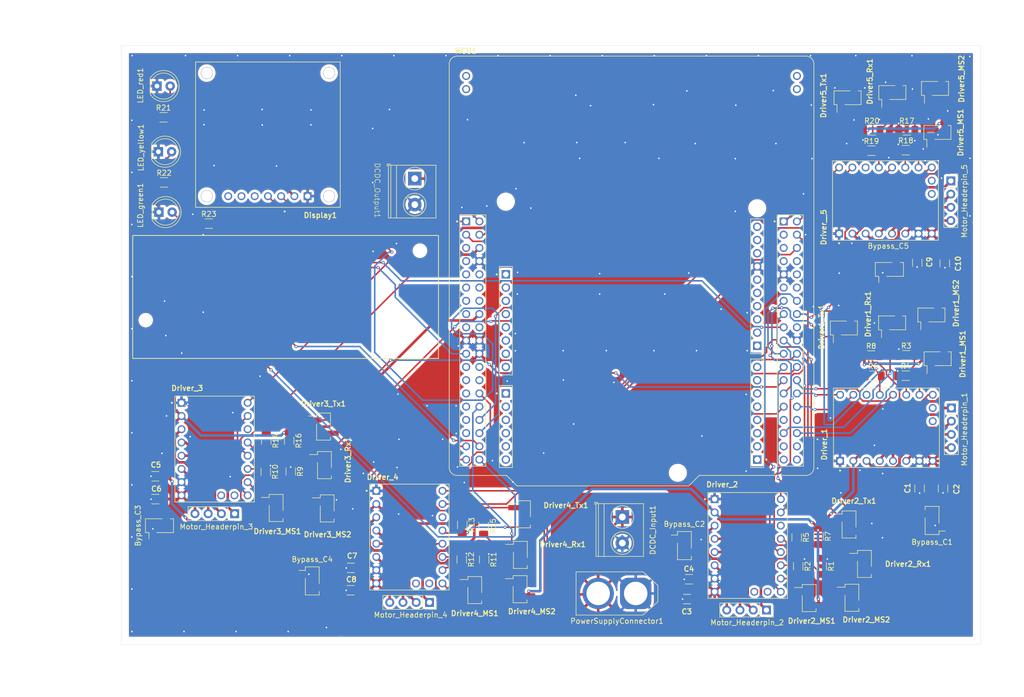
<source format=kicad_pcb>
(kicad_pcb (version 20240108) (generator "pcbnew") (generator_version "8.0")
  (layers (0 "F.Cu" signal) (31 "B.Cu" signal) (34 "B.Paste" user) (35 "F.Paste" user) (36 "B.SilkS" user "B.Silkscreen") (37 "F.SilkS" user "F.Silkscreen") (38 "B.Mask" user) (39 "F.Mask" user) (44 "Edge.Cuts" user))
  (net 0 "")
  (net 1 "+5V")
  (net 2 "GND")
  (net 7 "/display_und_LED/SCL")
  (net 9 "/display_und_LED/SDA")
  (net 10 "+3.3V")
  (net 11 "VCC")
  (net 12 "Net-(Driver_1-M1A)")
  (net 13 "Net-(Driver_1-M1B)")
  (net 14 "Tx_UART_6")
  (net 15 "Net-(Driver_1-M2A)")
  (net 17 "Tx_UART_1")
  (net 18 "Rx_UART_6")
  (net 19 "Rx_UART_1")
  (net 20 "Net-(Driver_1-M2B)")
  (net 22 "Net-(Driver_2-M1B)")
  (net 24 "Tx_UART_4")
  (net 25 "Rx_UART_4")
  (net 26 "Net-(Driver_2-M1A)")
  (net 27 "Tx_UART_3")
  (net 28 "Rx_UART_3")
  (net 29 "Tx_UART_5")
  (net 30 "Net-(Driver_2-M2A)")
  (net 31 "Rx_UART_5")
  (net 33 "Net-(Driver_2-M2B)")
  (net 34 "Net-(Driver_3-M2B)")
  (net 35 "Net-(Driver_3-M1B)")
  (net 38 "Net-(Driver_3-M2A)")
  (net 40 "Net-(Driver_3-M1A)")
  (net 41 "Net-(Driver_4-M2B)")
  (net 42 "Net-(Driver_4-M1B)")
  (net 44 "Net-(Driver_4-M2A)")
  (net 45 "Net-(Driver_4-M1A)")
  (net 46 "/display_und_LED/LED_red")
  (net 47 "/display_und_LED/LED_yellow")
  (net 48 "/display_und_LED/LED_green")
  (net 49 "/motor_driver/SPRD_Driver_1")
  (net 50 "/motor_driver/EN_Driver_1")
  (net 51 "/motor_driver/DIR_Driver_1")
  (net 53 "/motor_driver/STEP_Driver_1")
  (net 56 "/motor_driver/DIR_Driver_2")
  (net 57 "/motor_driver/SPRD_Driver_2")
  (net 58 "/motor_driver/STEP_Driver_2")
  (net 61 "/motor_driver/EN_Driver_2")
  (net 62 "/motor_driver/SPRD_Driver_3")
  (net 63 "Net-(Driver__5-M1B)")
  (net 64 "/motor_driver/EN_Driver_3")
  (net 65 "/motor_driver/STEP_Driver_3")
  (net 66 "Net-(Driver__5-M1A)")
  (net 67 "/motor_driver/DIR_Driver_3")
  (net 68 "Net-(Driver__5-M2A)")
  (net 69 "/motor_driver/EN_Driver_4")
  (net 70 "Net-(Driver__5-M2B)")
  (net 71 "/motor_driver/SPRD_Driver_4")
  (net 72 "/motor_driver/DIR_Driver_4")
  (net 73 "/motor_driver/STEP_Driver_4")
  (net 74 "Net-(LED_green1-A)")
  (net 75 "/motor_driver/SPRD_Driver_5")
  (net 76 "/motor_driver/STEP_Driver_5")
  (net 77 "Net-(LED_red1-A)")
  (net 78 "/motor_driver/DIR_Driver_5")
  (net 79 "/motor_driver/EN_Driver_5")
  (net 80 "Net-(LED_yellow1-A)")
  (net 81 "Net-(Driver1_MS1-Pin_1)")
  (net 82 "Net-(Driver1_MS2-Pin_1)")
  (net 83 "Net-(Driver1_Rx1-Pin_2)")
  (net 84 "Net-(Driver1_Tx1-Pin_2)")
  (net 85 "Net-(Driver2_MS1-Pin_1)")
  (net 86 "Net-(Driver2_MS2-Pin_1)")
  (net 87 "Net-(Driver2_Rx1-Pin_2)")
  (net 88 "Net-(Driver2_Tx1-Pin_2)")
  (net 89 "Net-(Driver3_MS1-Pin_1)")
  (net 90 "Net-(Driver3_MS2-Pin_1)")
  (net 91 "Net-(Driver3_Rx1-Pin_2)")
  (net 92 "Net-(Driver3_Tx1-Pin_2)")
  (net 93 "Net-(Driver4_MS1-Pin_1)")
  (net 94 "Net-(Driver4_MS2-Pin_1)")
  (net 95 "Net-(Driver4_Rx1-Pin_2)")
  (net 96 "Net-(Driver4_Tx1-Pin_2)")
  (net 97 "Net-(Driver5_MS1-Pin_1)")
  (net 98 "Net-(Driver5_MS2-Pin_1)")
  (net 99 "Net-(Driver5_Rx1-Pin_2)")
  (net 100 "Net-(Driver5_Tx1-Pin_2)")
  (footprint "Resistor_SMD:R_1206_3216Metric_Pad1.30x1.75mm_HandSolder" (layer "F.Cu") (at 231.3 90.8375)
    (property "Reference" "R6")
    (property "Value" "1k")
  )
  (footprint "Capacitor_SMD:C_1206_3216Metric_Pad1.33x1.80mm_HandSolder" (layer "F.Cu") (at 239.746 69.124 -90)
    (property "Reference" "C9")
    (property "Value" "47u")
  )
  (footprint "Resistor_SMD:R_1206_3216Metric_Pad1.30x1.75mm_HandSolder" (layer "F.Cu") (at 119.17 103.28 -90)
    (property "Reference" "R16")
    (property "Value" "10k")
  )
  (footprint "Resistor_SMD:R_1206_3216Metric_Pad1.30x1.75mm_HandSolder" (layer "F.Cu") (at 114.77 103.28 -90)
    (property "Reference" "R14")
    (property "Value" "1k")
  )
  (footprint "Resistor_SMD:R_1206_3216Metric_Pad1.30x1.75mm_HandSolder" (layer "F.Cu") (at 95.16 53.7)
    (property "Reference" "R22")
    (property "Value" "180")
  )
  (footprint "Connector_PinHeader_2.54mm:PinHeader_1x02_P2.54mm_Vertical_SMD_Pin1Left" (layer "F.Cu") (at 126.47 116.28)
    (property "Reference" "Driver3_MS2")
    (property "Value" "Conn_01x02_Pin")
  )
  (footprint "Resistor_SMD:R_1206_3216Metric_Pad1.30x1.75mm_HandSolder" (layer "F.Cu") (at 216.6 121.85 -90)
    (property "Reference" "R5")
    (property "Value" "1k")
  )
  (footprint "Resistor_SMD:R_1206_3216Metric_Pad1.30x1.75mm_HandSolder" (layer "F.Cu") (at 216.9 127.4 -90)
    (property "Reference" "R2")
    (property "Value" "10k")
  )
  (footprint "Resistor_SMD:R_1206_3216Metric_Pad1.30x1.75mm_HandSolder" (layer "F.Cu") (at 220.8 121.65 -90)
    (property "Reference" "R7")
    (property "Value" "10k")
  )
  (footprint "Connector_PinHeader_2.54mm:PinHeader_1x02_P2.54mm_Vertical_SMD_Pin1Left" (layer "F.Cu") (at 163.5 131.8)
    (property "Reference" "Driver4_MS2")
    (property "Value" "Conn_01x02_Pin")
  )
  (footprint "Connector_PinHeader_2.54mm:PinHeader_1x02_P2.54mm_Vertical_SMD_Pin1Left" (layer "F.Cu") (at 154.8 131.97)
    (property "Reference" "Driver4_MS1")
    (property "Value" "Conn_01x02_Pin")
  )
  (footprint "Resistor_SMD:R_1206_3216Metric_Pad1.30x1.75mm_HandSolder" (layer "F.Cu") (at 156.6 126.1 -90)
    (property "Reference" "R11")
    (property "Value" "10k")
  )
  (footprint "Connector_PinSocket_2.54mm:PinSocket_1x04_P2.54mm_Vertical" (layer "F.Cu") (at 246.3 97)
    (property "Reference" "Motor_Headerpin_1")
    (property "Value" "Conn_01x04_Socket")
  )
  (footprint "Resistor_SMD:R_1206_3216Metric_Pad1.30x1.75mm_HandSolder" (layer "F.Cu") (at 156.5 119.65 -90)
    (property "Reference" "R15")
    (property "Value" "10k")
  )
  (footprint "Connector_PinHeader_2.54mm:PinHeader_1x02_P2.54mm_Vertical_SMD_Pin1Left" (layer "F.Cu") (at 229.61 126.94)
    (property "Reference" "Driver2_Rx1")
    (property "Value" "Conn_01x02_Pin")
  )
  (footprint "Resistor_SMD:R_1206_3216Metric_Pad1.30x1.75mm_HandSolder" (layer "F.Cu") (at 103.75 61.6)
    (property "Reference" "R23")
    (property "Value" "180")
  )
  (footprint "LED_THT:LED_D5.0mm" (layer "F.Cu") (at 94.16 59.4)
    (property "Reference" "LED_green1")
    (property "Value" "LED")
  )
  (footprint "Resistor_SMD:R_1206_3216Metric_Pad1.30x1.75mm_HandSolder" (layer "F.Cu") (at 237.65 86.9)
    (property "Reference" "R3")
    (property "Value" "10k")
  )
  (footprint "Connector_PinHeader_2.54mm:PinHeader_1x02_P2.54mm_Vertical_SMD_Pin1Left" (layer "F.Cu") (at 225.67 81.645 90)
    (property "Reference" "Driver1_Tx1")
    (property "Value" "Conn_01x02_Pin")
  )
  (footprint "Connector_PinSocket_2.54mm:PinSocket_1x02_P2.54mm_Vertical_SMD_Pin1Left" (layer "F.Cu") (at 123.6 130.2)
    (property "Reference" "Bypass_C4")
    (property "Value" "Conn_01x02_Socket")
  )
  (footprint "Capacitor_SMD:C_1206_3216Metric_Pad1.33x1.80mm_HandSolder" (layer "F.Cu") (at 195.925 129.885 180)
    (property "Reference" "C4")
    (property "Value" "10u")
  )
  (footprint "Connector_PinSocket_2.54mm:PinSocket_1x02_P2.54mm_Vertical_SMD_Pin1Left" (layer "F.Cu") (at 234.4 70.4 90)
    (property "Reference" "Bypass_C5")
    (property "Value" "Conn_01x02_Socket")
  )
  (footprint "Connector_PinSocket_2.54mm:PinSocket_1x04_P2.54mm_Vertical" (layer "F.Cu") (at 146.1 134.325 -90)
    (property "Reference" "Motor_Headerpin_4")
    (property "Value" "Conn_01x04_Socket")
  )
  (footprint "Connector_PinSocket_2.54mm:PinSocket_1x02_P2.54mm_Vertical_SMD_Pin1Left" (layer "F.Cu") (at 94.27 119.6 90)
    (property "Reference" "Bypass_C3")
    (property "Value" "Conn_01x02_Socket")
  )
  (footprint "Resistor_SMD:R_1206_3216Metric_Pad1.30x1.75mm_HandSolder" (layer "F.Cu") (at 152.3 126.1 -90)
    (property "Reference" "R12")
    (property "Value" "10k")
  )
  (footprint "Capacitor_SMD:C_1206_3216Metric_Pad1.33x1.80mm_HandSolder" (layer "F.Cu") (at 93.47 114.5 180)
    (property "Reference" "C6")
    (property "Value" "10u")
  )
  (footprint "Resistor_SMD:R_1206_3216Metric_Pad1.30x1.75mm_HandSolder" (layer "F.Cu") (at 237.75 43.7)
    (property "Reference" "R17")
    (property "Value" "10k")
  )
  (footprint "Resistor_SMD:R_1206_3216Metric_Pad1.30x1.75mm_HandSolder" (layer "F.Cu") (at 221.4 127.4 -90)
    (property "Reference" "R1")
    (property "Value" "10k")
  )
  (footprint "LED_THT:LED_D5.0mm" (layer "F.Cu") (at 93.785 35.2)
    (property "Reference" "LED_red1")
    (property "Value" "LED")
  )
  (footprint "Connector_PinHeader_2.54mm:PinHeader_1x02_P2.54mm_Vertical_SMD_Pin1Left" (layer "F.Cu") (at 125.77 100.58)
    (property "Reference" "Driver3_Tx1")
    (property "Value" "Conn_01x02_Pin")
  )
  (footprint "Resistor_SMD:R_1206_3216Metric_Pad1.30x1.75mm_HandSolder" (layer "F.Cu") (at 230.95 47.6)
    (property "Reference" "R19")
    (property "Value" "1k")
  )
  (footprint "Resistor_SMD:R_1206_3216Metric_Pad1.30x1.75mm_HandSolder" (layer "F.Cu") (at 119.47 109.2 -90)
    (property "Reference" "R9")
    (property "Value" "10k")
  )
  (footprint "Resistor_SMD:R_1206_3216Metric_Pad1.30x1.75mm_HandSolder" (layer "F.Cu") (at 230.9 86.9375)
    (property "Reference" "R8")
    (property "Value" "10k")
  )
  (footprint "Capacitor_SMD:C_1206_3216Metric_Pad1.33x1.80mm_HandSolder" (layer "F.Cu") (at 195.5625 133.685 180)
    (property "Reference" "C3")
    (property "Value" "47u")
  )
  (footprint "Connector_PinHeader_2.54mm:PinHeader_1x02_P2.54mm_Vertical_SMD_Pin1Left" (layer "F.Cu") (at 164.155 117.41)
    (property "Reference" "Driver4_Tx1")
    (property "Value" "Conn_01x02_Pin")
  )
  (footprint "Connector_PinHeader_2.54mm:PinHeader_1x02_P2.54mm_Vertical_SMD_Pin1Left" (layer "F.Cu") (at 243.166 35.645 90)
    (property "Reference" "Driver5_MS2")
    (property "Value" "Conn_01x02_Pin")
  )
  (footprint "TMC2209_SILENTSTEPSTICK:MODULE_TMC2209_SILENTSTEPSTICK" (layer "F.Cu") (at 142.25 121.79)
    (property "Reference" "Driver_4")
    (property "Value" "TMC2209_Driver_4")
  )
  (footprint "Connector_PinHeader_2.54mm:PinHeader_1x02_P2.54mm_Vertical_SMD_Pin1Left" (layer "F.Cu") (at 226.37 37.445 90)
    (property "Reference" "Driver5_Tx1")
    (property "Value" "Conn_01x02_Pin")
  )
  (footprint "Capacitor_SMD:C_1206_3216Metric_Pad1.33x1.80mm_HandSolder" (layer "F.Cu") (at 130.9375 132 180)
    (property "Reference" "C8")
    (property "Value" "10u")
  )
  (footprint "Connector_PinSocket_2.54mm:PinSocket_1x04_P2.54mm_Vertical" (layer "F.Cu") (at 210.8 135.8 -90)
    (property "Reference" "Motor_Headerpin_2")
    (property "Value" "Conn_01x04_Socket")
  )
  (footprint "TerminalBlock_Phoenix:TerminalBlock_Phoenix_PT-1,5-2-5.0-H_1x02_P5.00mm_Horizontal" (layer "F.Cu") (at 183.134 117.936 -90)
    (property "Reference" "DCDC_Input1")
    (property "Value" "Screw_Terminal_01x02")
  )
  (footprint "Connector_PinSocket_2.54mm:PinSocket_1x04_P2.54mm_Vertical" (layer "F.Cu") (at 246.2 53.4)
    (property "Reference" "Motor_Headerpin_5")
    (property "Value" "Conn_01x04_Socket")
  )
  (footprint "Connector_PinHeader_2.54mm:PinHeader_1x02_P2.54mm_Vertical_SMD_Pin1Left" (layer "F.Cu") (at 243.62 44.1 90)
    (property "Reference" "Driver5_MS1")
    (property "Value" "Conn_01x02_Pin")
  )
  (footprint "Connector_PinHeader_2.54mm:PinHeader_1x02_P2.54mm_Vertical_SMD_Pin1Left" (layer "F.Cu") (at 242.47 79.145 90)
    (property "Reference" "Driver1_MS2")
    (property "Value" "Conn_01x02_Pin")
  )
  (footprint "Capacitor_SMD:C_1206_3216Metric_Pad1.33x1.80mm_HandSolder" (layer "F.Cu") (at 93.47 110.12 180)
    (property "Reference" "C5")
    (property "Value" "47u")
  )
  (footprint "Connector_PinHeader_2.54mm:PinHeader_1x02_P2.54mm_Vertical_SMD_Pin1Left" (layer "F.Cu") (at 163.555 125.21)
    (property "Reference" "Driver4_Rx1")
    (property "Value" "Conn_01x02_Pin")
  )
  (footprint "Resistor_SMD:R_1206_3216Metric_Pad1.30x1.75mm_HandSolder" (layer "F.Cu") (at 95.05 41.2)
    (property "Reference" "R21")
    (property "Value" "180")
  )
  (footprint "Resistor_SMD:R_1206_3216Metric_Pad1.30x1.75mm_HandSolder" (layer "F.Cu") (at 231.046 43.7)
    (property "Reference" "R20")
    (property "Value" "10k")
  )
  (footprint "Resistor_SMD:R_1206_3216Metric_Pad1.30x1.75mm_HandSolder" (layer "F.Cu") (at 152.4 119.45 -90)
    (property "Reference" "R13")
    (property "Value" "1k")
  )
  (footprint "TMC2209_SILENTSTEPSTICK:MODULE_TMC2209_SILENTSTEPSTICK" (layer "F.Cu") (at 233.83 100.81 90)
    (property "Reference" "Driver_1")
    (property "Value" "TMC2209_Driver_1")
  )
  (footprint "Connector_PinHeader_2.54mm:PinHeader_1x02_P2.54mm_Vertical_SMD_Pin1Left" (layer "F.Cu") (at 234.966 36.445 90)
    (property "Reference" "Driver5_Rx1")
    (property "Value" "Conn_01x02_Pin")
  )
  (footprint "Connector_PinHeader_2.54mm:PinHeader_1x02_P2.54mm_Vertical_SMD_Pin1Left" (layer "F.Cu") (at 227.21 133.44)
    (property "Reference" "Driver2_MS2")
    (property "Value" "Conn_01x02_Pin")
  )
  (footprint "TMC2209_SILENTSTEPSTICK:MODULE_TMC2209_SILENTSTEPSTICK" (layer "F.Cu") (at 207.2025 123.395)
    (property "Reference" "Driver_2")
    (property "Value" "TMC2209_Driver_2")
  )
  (footprint "Connector_PinHeader_2.54mm:PinHeader_1x02_P2.54mm_Vertical_SMD_Pin1Left" (layer "F.Cu") (at 234.93 80.655 90)
    (property "Reference" "Driver1_Rx1")
    (property "Value" "Conn_01x02_Pin")
  )
  (footprint "Connector_PinHeader_2.54mm:PinHeader_1x02_P2.54mm_Vertical_SMD_Pin1Left" (layer "F.Cu") (at 243.67 87.545 90)
    (property "Reference" "Driver1_MS1")
    (property "Value" "Conn_01x02_Pin")
  )
  (footprint "Connector_AMASS:AMASS_XT60-M_1x02_P7.20mm_Vertical" (layer "F.Cu") (at 185.7 132.609 180)
    (property "Reference" "PowerSupplyConnector1")
    (property "Value" "Conn_01x02_Pin")
  )
  (footprint "TMC2209_SILENTSTEPSTICK:MODULE_TMC2209_SILENTSTEPSTICK" (layer "F.Cu") (at 233.646 57.174 90)
    (property "Reference" "Driver__5")
    (property "Value" "TMC2209_Driver_5")
  )
  (footprint "Resistor_SMD:R_1206_3216Metric_Pad1.30x1.75mm_HandSolder" (layer "F.Cu") (at 237.55 90.8)
    (property "Reference" "R4")
    (property "Value" "10k")
  )
  (footprint "TMC2209_SILENTSTEPSTICK:MODULE_TMC2209_SILENTSTEPSTICK" (layer "F.Cu") (at 104.85 104.89)
    (property "Reference" "Driver_3")
    (property "Value" "TMC2209_Driver_3")
  )
  (footprint "my_custom_footprint:DC_DC_Converter_with_Screw_Terminal" (layer "F.Cu") (at 147.832 87.482 180)
    (property "Reference" "DCDC_Output1")
    (property "Value" "Screw_Terminal_01x02")
  )
  (footprint "Capacitor_SMD:C_1206_3216Metric_Pad1.33x1.80mm_HandSolder" (layer "F.Cu") (at 240.2 112.4625 -90)
    (property "Reference" "C1")
    (property "Value" "47u")
  )
  (footprint "Capacitor_SMD:C_1206_3216Metric_Pad1.33x1.80mm_HandSolder" (layer "F.Cu") (at 244.7 112.4625 -90)
    (property "Reference" "C2")
    (property "Value" "10u")
  )
  (footprint "Resistor_SMD:R_1206_3216Metric_Pad1.30x1.75mm_HandSolder" (layer "F.Cu") (at 114.67 109.25 -90)
    (property "Reference" "R10")
    (property "Value" "10k")
  )
  (footprint "OLED_Display:0,96_OLED_Display" (layer "F.Cu") (at 128.971 30.573 180)
    (property "Reference" "Display1")
    (property "Value" "0,96_OLED_display")
  )
  (footprint "Capacitor_SMD:C_1206_3216Metric_Pad1.33x1.80mm_HandSolder" (layer "F.Cu") (at 245.046 69.224 -90)
    (property "Reference" "C10")
    (property "Value" "10u")
  )
  (footprint "Connector_PinSocket_2.54mm:PinSocket_1x02_P2.54mm_Vertical_SMD_Pin1Left" (layer "F.Cu") (at 242.6 118.6 180)
    (property "Reference" "Bypass_C1")
    (property "Value" "Conn_01x02_Socket")
  )
  (footprint "Connector_PinHeader_2.54mm:PinHeader_1x02_P2.54mm_Vertical_SMD_Pin1Left" (layer "F.Cu") (at 226.655 119.37)
    (property "Reference" "Driver2_Tx1")
    (property "Value" "Conn_01x02_Pin")
  )
  (footprint "Connector_PinHeader_2.54mm:PinHeader_1x02_P2.54mm_Vertical_SMD_Pin1Left" (layer "F.Cu") (at 125.9425 107.98)
    (property "Reference" "Driver3_Rx1")
    (property "Value" "Conn_01x02_Pin")
  )
  (footprint "Connector_PinHeader_2.54mm:PinHeader_1x02_P2.54mm_Vertical_SMD_Pin1Left" (layer "F.Cu") (at 219 133.5)
    (property "Reference" "Driver2_MS1")
    (property "Value" "Conn_01x02_Pin")
  )
  (footprint "Capacitor_SMD:C_1206_3216Metric_Pad1.33x1.80mm_HandSolder" (layer "F.Cu") (at 131 127.7 180)
    (property "Reference" "C7")
    (property "Value" "47u")
  )
  (footprint "LED_THT:LED_D5.0mm" (layer "F.Cu") (at 94.06 47.8)
    (property "Reference" "LED_yellow1")
    (property "Value" "LED")
  )
  (footprint "NUCLEO-F446RE:MODULE_NUCLEO-F446RE" (layer "F.Cu") (at 184.9 70.7)
    (property "Reference" "MCU1")
    (property "Value" "NUCLEO-F446RE")
  )
  (footprint "Connector_PinSocket_2.54mm:PinSocket_1x02_P2.54mm_Vertical_SMD_Pin1Left" (layer "F.Cu") (at 195.05 123.43)
    (property "Reference" "Bypass_C2")
    (property "Value" "Conn_01x02_Socket")
  )
  (footprint "Connector_PinHeader_2.54mm:PinHeader_1x02_P2.54mm_Vertical_SMD_Pin1Left" (layer "F.Cu") (at 116.67 116.2)
    (property "Reference" "Driver3_MS1")
    (property "Value" "Conn_01x02_Pin")
  )
  (footprint "Resistor_SMD:R_1206_3216Metric_Pad1.30x1.75mm_HandSolder" (layer "F.Cu") (at 237.55 47.5)
    (property "Reference" "R18")
    (property "Value" "10k")
  )
  (footprint "Connector_PinSocket_2.54mm:PinSocket_1x04_P2.54mm_Vertical" (layer "F.Cu") (at 108.7 117.3 -90)
    (property "Reference" "Motor_Headerpin_3")
    (property "Value" "Conn_01x04_Socket")
  )
  (gr_rect (start 86.91 27.4) (end 251.92 142.4) (stroke (width 0.05)) (fill none) (layer "Edge.Cuts"))
  (segment (start 143.157 52.9) (end 143.091 52.834) (width 0.5) (layer "F.Cu") (net 1))
  (segment (start 152.52 62.42) (end 151.69 63.25) (width 0.5) (layer "F.Cu") (net 1))
  (segment (start 143.283 52.958) (end 149.638 52.958) (width 0.5) (layer "F.Cu") (net 1))
  (segment (start 154.4 67.56) (end 155.69 66.27) (width 0.5) (layer "F.Cu") (net 1))
  (segment (start 157.220607 61.709393) (end 156.51 62.42) (width 0.5) (layer "F.Cu") (net 1))
  (segment (start 157.220607 60.540607) (end 157.220607 61.709393) (width 0.5) (layer "F.Cu") (net 1))
  (segment (start 152.55 67.56) (end 154.4 67.56) (width 0.5) (layer "F.Cu") (net 1))
  (segment (start 149.638 52.958) (end 157.220607 60.540607) (width 0.5) (layer "F.Cu") (net 1))
  (segment (start 156.51 62.42) (end 152.52 62.42) (width 0.5) (layer "F.Cu") (net 1))
  (segment (start 151.69 63.25) (end 151.69 66.7) (width 0.5) (layer "F.Cu") (net 1))
  (segment (start 151.69 66.7) (end 152.55 67.56) (width 0.5) (layer "F.Cu") (net 1))
  (segment (start 214.11 71.35) (end 214.11 71.529619) (width 0.5) (layer "F.Cu") (net 2))
  (segment (start 194.69 133.69) (end 194.005 133.69) (width 0.5) (layer "F.Cu") (net 2))
  (segment (start 224.756 63.524) (end 224.756 64.356) (width 0.5) (layer "F.Cu") (net 2))
  (segment (start 236 46.5) (end 236.1 46.4) (width 0.5) (layer "F.Cu") (net 2))
  (segment (start 239.996 63.524) (end 240.324 63.524) (width 0.5) (layer "F.Cu") (net 2))
  (segment (start 92.64 114.5) (end 92.65 114.51) (width 0.5) (layer "F.Cu") (net 2))
  (segment (start 200.8525 129.745) (end 201.145 129.745) (width 0.5) (layer "F.Cu") (net 2))
  (segment (start 221.4 125.85) (end 222.35 125.85) (width 0.5) (layer "F.Cu") (net 2))
  (segment (start 233.12 71.05) (end 233.12 72.04) (width 0.5) (layer "F.Cu") (net 2))
  (segment (start 245.06 70.7725) (end 245.046 70.7865) (width 0.5) (layer "F.Cu") (net 2))
  (segment (start 119.46 108.35) (end 119.46 107.66) (width 0.5) (layer "F.Cu") (net 2))
  (segment (start 119.46 107.66) (end 119.47 107.65) (width 0.5) (layer "F.Cu") (net 2))
  (segment (start 240.21 114.015) (end 240.2 114.025) (width 0.5) (layer "F.Cu") (net 2))
  (segment (start 201.145 129.745) (end 201.8 130.4) (width 0.5) (layer "F.Cu") (net 2))
  (segment (start 155.69 68.81) (end 155.69 68.99) (width 0.5) (layer "F.Cu") (net 2))
  (segment (start 129.4375 127.7) (end 130.11 127.7) (width 0.5) (layer "F.Cu") (net 2))
  (segment (start 153.19 124.95) (end 152.79 124.55) (width 0.5) (layer "F.Cu") (net 2))
  (segment (start 92.99 121.24) (end 93 121.25) (width 0.5) (layer "F.Cu") (net 2))
  (segment (start 91.9075 114.5) (end 92.64 114.5) (width 0.5) (layer "F.Cu") (net 2))
  (segment (start 143.1 57.9) (end 143.5 57.9) (width 0.5) (layer "F.Cu") (net 2))
  (segment (start 92.64 110.11) (end 91.9175 110.11) (width 0.5) (layer "F.Cu") (net 2))
  (segment (start 236.1 85.8) (end 236.2 85.7) (width 0.5) (layer "F.Cu") (net 2))
  (segment (start 192.622259 81.45) (end 197.41 81.45) (width 0.5) (layer "F.Cu") (net 2))
  (segment (start 236.2 42.41) (end 236.2 43.7) (width 0.5) (layer "F.Cu") (net 2))
  (segment (start 245.06 70.06) (end 245.06 70.7725) (width 0.5) (layer "F.Cu") (net 2))
  (segment (start 92.99 120.21) (end 92.99 121.24) (width 0.5) (layer "F.Cu") (net 2))
  (segment (start 216.9 125.85) (end 217.95 125.85) (width 0.5) (layer "F.Cu") (net 2))
  (segment (start 94.16 59.4) (end 94.16 58.346) (width 0.5) (layer "F.Cu") (net 2))
  (segment (start 91.9175 110.11) (end 91.9075 110.12) (width 0.5) (layer "F.Cu") (net 2))
  (segment (start 94.16 58.346) (end 93.726 57.912) (width 0.5) (layer "F.Cu") (net 2))
  (segment (start 236 47.5) (end 236 46.5) (width 0.5) (layer "F.Cu") (net 2))
  (segment (start 153.15 84.05) (end 152.678 84.05) (width 0.5) (layer "F.Cu") (net 2))
  (segment (start 129.385 132.01) (end 129.375 132) (width 0.5) (layer "F.Cu") (net 2))
  (segment (start 236.1 86.9) (end 236.1 85.8) (width 0.5) (layer "F.Cu") (net 2))
  (segment (start 198.26 122.27) (end 193.51 122.27) (width 0.5) (layer "F.Cu") (net 2))
  (segment (start 239.73 70.6705) (end 239.746 70.6865) (width 0.5) (layer "F.Cu") (net 2))
  (segment (start 194.3775 129.9) (end 194.3625 129.885) (width 0.5) (layer "F.Cu") (net 2))
  (segment (start 193.51 122.27) (end 193.4 122.16) (width 0.5) (layer "F.Cu") (net 2))
  (segment (start 244.69 113.3) (end 244.69 114.015) (width 0.5) (layer "F.Cu") (net 2))
  (segment (start 243.49 119.87) (end 244.25 119.87) (width 0.5) (layer "F.Cu") (net 2))
  (segment (start 222.35 125.85) (end 222.5 126) (width 0.5) (layer "F.Cu") (net 2))
  (segment (start 233.12 72.04) (end 233.13 72.05) (width 0.5) (layer "F.Cu") (net 2))
  (segment (start 115.57 108.05) (end 115.22 107.7) (width 0.5) (layer "F.Cu") (net 2))
  (segment (start 99.4 96) (end 99.7 96.3) (width 0.5) (layer "F.Cu") (net 2))
  (segment (start 98.5 96) (end 99.4 96) (width 0.5) (layer "F.Cu") (net 2))
  (segment (start 157.48 125.03) (end 157 124.55) (width 0.5) (layer "F.Cu") (net 2))
  (segment (start 115.22 107.7) (end 114.67 107.7) (width 0.5) (layer "F.Cu") (net 2))
  (segment (start 122.95 128.93) (end 121.95 128.93) (width 0.5) (layer "F.Cu") (net 2))
  (segment (start 157 124.55) (end 156.6 124.55) (width 0.5) (layer "F.Cu") (net 2))
  (segment (start 155.69 86.59) (end 156.9425 87.8425) (width 0.5) (layer "F.Cu") (net 2))
  (segment (start 185.7 132.609) (end 186.2 132.609) (width 0.5) (layer "F.Cu") (net 2))
  (segment (start 98.5 111.24) (end 98.64 111.24) (width 0.5) (layer "F.Cu") (net 2))
  (segment (start 194.005 133.69) (end 194 133.685) (width 0.5) (layer "F.Cu") (net 2))
  (segment (start 244.69 114.015) (end 244.7 114.025) (width 0.5) (layer "F.Cu") (net 2))
  (segment (start 240.21 113.34) (end 240.21 114.015) (width 0.5) (layer "F.Cu") (net 2))
  (segment (start 243.18 119.56) (end 243.49 119.87) (width 0.5) (layer "F.Cu") (net 2))
  (segment (start 239.73 69.93) (end 239.73 70.6705) (width 0.5) (layer "F.Cu") (net 2))
  (segment (start 195.04 129.9) (end 194.3775 129.9) (width 0.5) (layer "F.Cu") (net 2))
  (segment (start 186.229759 87.8425) (end 192.622259 81.45) (width 0.5) (layer "F.Cu") (net 2))
  (segment (start 236 90.8) (end 236 89.9) (width 0.5) (layer "F.Cu") (net 2))
  (segment (start 197.41 81.45) (end 209.03 69.83) (width 0.5) (layer "F.Cu") (net 2))
  (segment (start 156.9425 87.8425) (end 186.229759 87.8425) (width 0.3) (layer "F.Cu") (net 2))
  (segment (start 217.95 125.85) (end 218.1 126) (width 0.5) (layer "F.Cu") (net 2))
  (segment (start 130.11 132.01) (end 129.385 132.01) (width 0.5) (layer "F.Cu") (net 2))
  (segment (start 152.79 124.55) (end 152.3 124.55) (width 0.5) (layer "F.Cu") (net 2))
  (segment (start 135.9 128.14) (end 135.9 128.2) (width 0.5) (layer "F.Cu") (net 2))
  (segment (start 152.678 84.05) (end 151.638 85.09) (width 0.5) (layer "F.Cu") (net 2))
  (segment (start 130.11 127.7) (end 130.13 127.72) (width 0.5) (layer "F.Cu") (net 2))
  (segment (start 236.16 42.37) (end 236.2 42.41) (width 0.5) (layer "F.Cu") (net 2))
  (via (at 174.2 36.97) (size 0.6) (drill 0.3) (layers "F.Cu" "B.Cu") (net 2))
  (via (at 126.32 139.14) (size 0.6) (drill 0.3) (layers "F.Cu" "B.Cu") (net 2))
  (via (at 240.9 47.27) (size 0.6) (drill 0.3) (layers "F.Cu" "B.Cu") (net 2))
  (via (at 206.9 109.12) (size 0.6) (drill 0.3) (layers "F.Cu" "B.Cu") (net 2))
  (via (at 227.95 29.36) (size 0.6) (drill 0.3) (layers "F.Cu" "B.Cu") (net 2))
  (via (at 88.98 139.92) (size 0.6) (drill 0.3) (layers "F.Cu" "B.Cu") (net 2))
  (via (at 100.65 59.81) (size 0.6) (drill 0.3) (layers "F.Cu" "B.Cu") (net 2))
  (via (at 135.19 43.33) (size 0.6) (drill 0.3) (layers "F.Cu" "B.Cu") (net 2))
  (via (at 107.85 110.19) (size 0.6) (drill 0.3) (layers "F.Cu" "B.Cu") (net 2))
  (via (at 108.35 97.89) (size 0.6) (drill 0.3) (layers "F.Cu" "B.Cu") (net 2))
  (via (at 227.61 41.7) (size 0.6) (drill 0.3) (layers "F.Cu" "B.Cu") (net 2))
  (via (at 233.15 97.19) (size 0.6) (drill 0.3) (layers "F.Cu" "B.Cu") (net 2))
  (via (at 95.62 98.52) (size 0.6) (drill 0.3) (layers "F.Cu" "B.Cu") (net 2))
  (via (at 128.25 114.64) (size 0.6) (drill 0.3) (layers "F.Cu" "B.Cu") (net 2))
  (via (at 92.64 110.11) (size 0.6) (drill 0.3) (layers "F.Cu" "B.Cu") (net 2))
  (via (at 249.83 29.52) (size 0.6) (drill 0.3) (layers "F.Cu" "B.Cu") (net 2))
  (via (at 92.65 114.51) (size 0.6) (drill 0.3) (layers "F.Cu" "B.Cu") (net 2))
  (via (at 238.84 35.77) (size 0.6) (drill 0.3) (layers "F.Cu" "B.Cu") (net 2))
  (via (at 224.76 71.12) (size 0.6) (drill 0.3) (layers "F.Cu" "B.Cu") (net 2))
  (via (at 149.27 29.36) (size 0.6) (drill 0.3) (layers "F.Cu" "B.Cu") (net 2))
  (via (at 102.82 42.62) (size 0.6) (drill 0.3) (layers "F.Cu" "B.Cu") (net 2))
  (via (at 231.52 80.68) (size 0.6) (drill 0.3) (layers "F.Cu" "B.Cu") (net 2))
  (via (at 88.97 121.77) (size 0.6) (drill 0.3) (layers "F.Cu" "B.Cu") (net 2))
  (via (at 219.41 38.84) (size 0.6) (drill 0.3) (layers "F.Cu" "B.Cu") (net 2))
  (via (at 139.27 29.36) (size 0.6) (drill 0.3) (layers "F.Cu" "B.Cu") (net 2))
  (via (at 204.83 59.25) (size 0.6) (drill 0.3) (layers "F.Cu" "B.Cu") (net 2))
  (via (at 109.27 29.36) (size 0.6) (drill 0.3) (layers "F.Cu" "B.Cu") (net 2))
  (via (at 191.27 75.13) (size 0.6) (drill 0.3) (layers "F.Cu" "B.Cu") (net 2))
  (via (at 177.04 38.96) (size 0.6) (drill 0.3) (layers "F.Cu" "B.Cu") (net 2))
  (via (at 180.06 86) (size 0.6) (drill 0.3) (layers "F.Cu" "B.Cu") (net 2))
  (via (at 95.25 76.48) (size 0.6) (drill 0.3) (layers "F.Cu" "B.Cu") (net 2))
  (via (at 178.78 75.13) (size 0.6) (drill 0.3) (layers "F.Cu" "B.Cu") (net 2))
  (via (at 162.97 75.13) (size 0.6) (drill 0.3) (layers "F.Cu" "B.Cu") (net 2))
  (via (at 140.19 117.37) (size 0.6) (drill 0.3) (layers "F.Cu" "B.Cu") (net 2))
  (via (at 135.4 107.36) (size 0.6) (drill 0.3) (layers "F.Cu" "B.Cu") (net 2))
  (via (at 239.73 69.93) (size 0.6) (drill 0.3) (layers "F.Cu" "B.Cu") (net 2))
  (via (at 113.59 90.9) (size 0.6) (drill 0.3) (layers "F.Cu" "B.Cu") (net 2))
  (via (at 249.86 60.13) (size 0.6) (drill 0.3) (layers "F.Cu" "B.Cu") (net 2))
  (via (at 88.97 51.77) (size 0.6) (drill 0.3) (layers "F.Cu" "B.Cu") (net 2))
  (via (at 190.16 49.08) (size 0.6) (drill 0.3) (layers "F.Cu" "B.Cu") (net 2))
  (via (at 244.41 52.88) (size 0.6) (drill 0.3) (layers "F.Cu" "B.Cu") (net 2))
  (via (at 139.87 108.44) (size 0.6) (drill 0.3) (layers "F.Cu" "B.Cu") (net 2))
  (via (at 236.1 46.4) (size 0.6) (drill 0.3) (layers "F.Cu" "B.Cu") (net 2))
  (via (at 98.98 139.92) (size 0.6) (drill 0.3) (layers "F.Cu" "B.Cu") (net 2))
  (via (at 102.85 39.78) (size 0.6) (drill 0.3) (layers "F.Cu" "B.Cu") (net 2))
  (via (at 152.32 58.5) (size 0.6) (drill 0.3) (layers "F.Cu" "B.Cu") (net 2))
  (via (at 116.74 50.54) (size 0.6) (drill 0.3) (layers "F.Cu" "B.Cu") (net 2))
  (via (at 189.21 86) (size 0.6) (drill 0.3) (layers "F.Cu" "B.Cu") (net 2))
  (via (at 174.38 46.04) (size 0.6) (drill 0.3) (layers "F.Cu" "B.Cu") (net 2))
  (via (at 88.97 71.77) (size 0.6) (drill 0.3) (layers "F.Cu" "B.Cu") (net 2))
  (via (at 114 42.67) (size 0.6) (drill 0.3) (layers "F.Cu" "B.Cu") (net 2))
  (via (at 165.56 58.63) (size 0.6) (drill 0.3) (layers "F.Cu" "B.Cu") (net 2))
  (via (at 102.67 78.61) (size 0.6) (drill 0.3) (layers "F.Cu" "B.Cu") (net 2))
  (via (at 159.27 29.36) (size 0.6) (drill 0.3) (layers "F.Cu" "B.Cu") (net 2))
  (via (at 88.97 111.77) (size 0.6) (drill 0.3) (layers "F.Cu" "B.Cu") (net 2))
  (via (at 245.61 39.96) (size 0.6) (drill 0.3) (layers "F.Cu" "B.Cu") (net 2))
  (via (at 233.07 121.91) (size 0.6) (drill 0.3) (layers "F.Cu" "B.Cu") (net 2))
  (via (at 231.03 119.16) (size 0.6) (drill 0.3) (layers "F.Cu" "B.Cu") (net 2))
  (via (at 233.68 34.47) (size 0.6) (drill 0.3) (layers "F.Cu" "B.Cu") (net 2))
  (via (at 139.78 65.43) (size 0.6) (drill 0.3) (layers "F.Cu" "B.Cu") (net 2))
  (via (at 240.21 113.34) (size 0.6) (drill 0.3) (layers "F.Cu" "B.Cu") (net 2))
  (via (at 135.19 53.72) (size 0.6) (drill 0.3) (layers "F.Cu" "B.Cu") (net 2))
  (via (at 99.7 96.3) (size 0.6) (drill 0.3) (layers "F.Cu" "B.Cu") (net 2))
  (via (at 148.63 103) (size 0.6) (drill 0.3) (layers "F.Cu" "B.Cu") (net 2))
  (via (at 89.01 29.36) (size 0.6) (drill 0.3) (layers "F.Cu" "B.Cu") (net 2))
  (via (at 229.69 35.55) (size 0.6) (drill 0.3) (layers "F.Cu" "B.Cu") (net 2))
  (via (at 212.62 46.24) (size 0.6) (drill 0.3) (layers "F.Cu" "B.Cu") (net 2))
  (via (at 92.99 120.21) (size 0.6) (drill 0.3) (layers "F.Cu" "B.Cu") (net 2))
  (via (at 212.12 36.06) (size 0.6) (drill 0.3) (layers "F.Cu" "B.Cu") (net 2))
  (via (at 162.12 111.2) (size 0.6) (drill 0.3) (layers "F.Cu" "B.Cu") (net 2))
  (via (at 189.11 38.75) (size 0.6) (drill 0.3) (layers "F.Cu" "B.Cu") (net 2))
  (via (at 194.69 133.69) (size 0.6) (drill 0.3) (layers "F.Cu" "B.Cu") (net 2))
  (via (at 195.89 71.09) (size 0.6) (drill 0.3) (layers "F.Cu" "B.Cu") (net 2))
  (via (at 225.08 113.3) (size 0.6) (drill 0.3) (layers "F.Cu" "B.Cu") (net 2))
  (via (at 146.68 117.68) (size 0.6) (drill 0.3) (layers "F.Cu" "B.Cu") (net 2))
  (via (at 113.99 39.69) (size 0.6) (drill 0.3) (layers "F.Cu" "B.Cu") (net 2))
  (via (at 99.27 29.36) (size 0.6) (drill 0.3) (layers "F.Cu" "B.Cu") (net 2))
  (via (at 220.63 108.59) (size 0.6) (drill 0.3) (layers "F.Cu" "B.Cu") (net 2))
  (via (at 218.1 126) (size 0.6) (drill 0.3) (layers "F.Cu" "B.Cu") (net 2))
  (via (at 162.6 86.03) (size 0.6) (drill 0.3) (layers "F.Cu" "B.Cu") (net 2))
  (via (at 119.27 29.36) (size 0.6) (drill 0.3) (layers "F.Cu" "B.Cu") (net 2))
  (via (at 153.41 41.65) (size 0.6) (drill 0.3) (layers "F.Cu" "B.Cu") (net 2))
  (via (at 195.04 129.9) (size 0.6) (drill 0.3) (layers "F.Cu" "B.Cu") (net 2))
  (via (at 189.27 29.36) (size 0.6) (drill 0.3) (layers "F.Cu" "B.Cu") (net 2))
  (via (at 157.48 125.03) (size 0.6) (drill 0.3) (layers "F.Cu" "B.Cu") (net 2))
  (via (at 236 89.9) (size 0.6) (drill 0.3) (layers "F.Cu" "B.Cu") (net 2))
  (via (at 131.38 116.37) (size 0.6) (drill 0.3) (layers "F.Cu" "B.Cu") (net 2))
  (via (at 123.35 42.64) (size 0.6) (drill 0.3) (layers "F.Cu" "B.Cu") (net 2))
  (via (at 151.48 108.32) (size 0.6) (drill 0.3) (layers "F.Cu" "B.Cu") (net 2))
  (via (at 243.73 44.55) (size 0.6) (drill 0.3) (layers "F.Cu" "B.Cu") (net 2))
  (via (at 88.97 101.77) (size 0.6) (drill 0.3) (layers "F.Cu" "B.Cu") (net 2))
  (via (at 243.79 49.53) (size 0.6) (drill 0.3) (layers "F.Cu" "B.Cu") (net 2))
  (via (at 151.638 85.09) (size 0.6) (drill 0.3) (layers "F.Cu" "B.Cu") (net 2))
  (via (at 233.12 71.05) (size 0.6) (drill 0.3) (layers "F.Cu" "B.Cu") (net 2))
  (via (at 104.76 50.45) (size 0.6) (drill 0.3) (layers "F.Cu" "B.Cu") (net 2))
  (via (at 122.95 128.93) (size 0.6) (drill 0.3) (layers "F.Cu" "B.Cu") (net 2))
  (via (at 158.2 107.12) (size 0.6) (drill 0.3) (layers "F.Cu" "B.Cu") (net 2))
  (via (at 171.81 91.64) (size 0.6) (drill 0.3) (layers "F.Cu" "B.Cu") (net 2))
  (via (at 98.55 86.47) (size 0.6) (drill 0.3) (layers "F.Cu" "B.Cu") (net 2))
  (via (at 195.52 36.12) (size 0.6) (drill 0.3) (layers "F.Cu" "B.Cu") (net 2))
  (via (at 178.78 71.21) (size 0.6) (drill 0.3) (layers "F.Cu" "B.Cu") (net 2))
  (via (at 197.37 86) (size 0.6) (drill 0.3) (layers "F.Cu" "B.Cu") (net 2))
  (via (at 226.19 46.24) (size 0.6) (drill 0.3) (layers "F.Cu" "B.Cu") (net 2))
  (via (at 249.88 49.06) (size 0.6) (drill 0.3) (layers "F.Cu" "B.Cu") (net 2))
  (via (at 145.64 96.58) (size 0.6) (drill 0.3) (layers "F.Cu" "B.Cu") (net 2))
  (via (at 220.59 103.02) (size 0.6) (drill 0.3) (layers "F.Cu" "B.Cu") (net 2))
  (via (at 228.74 108.97) (size 0.6) (drill 0.3) (layers "F.Cu" "B.Cu") (net 2))
  (via (at 181.51 92.09) (size 0.6) (drill 0.3) (layers "F.Cu" "B.Cu") (net 2))
  (via (at 164.27 46.05) (size 0.6) (drill 0.3) (layers "F.Cu" "B.Cu") (net 2))
  (via (at 244.69 113.3) (size 0.6) (drill 0.3) (layers "F.Cu" "B.Cu") (net 2))
  (via (at 140.25 103.01) (size 0.6) (drill 0.3) (layers "F.Cu" "B.Cu") (net 2))
  (via (at 206.9 94.39) (size 0.6) (drill 0.3) (layers "F.Cu" "B.Cu") (net 2))
  (via (at 95.49 83.1) (size 0.6) (drill 0.3) (layers "F.Cu" "B.Cu") (net 2))
  (via (at 131.12 103.2) (size 0.6) (drill 0.3) (layers "F.Cu" "B.Cu") (net 2))
  (via (at 135.28 66.93) (size 0.6) (drill 0.3) (layers "F.Cu" "B.Cu") (net 2))
  (via (at 153.19 124.95) (size 0.6) (drill 0.3) (layers "F.Cu" "B.Cu") (net 2))
  (via (at 163.01 70.97) (size 0.6) (drill 0.3) (layers "F.Cu" "B.Cu") (net 2))
  (via (at 231.53 104.18) (size 0.6) (drill 0.3) (layers "F.Cu" "B.Cu") (net 2))
  (via (at 198.41 102.38) (size 0.6) (drill 0.3) (layers "F.Cu" "B.Cu") (net 2))
  (via (at 198.26 122.27) (size 0.6) (drill 0.3) (layers "F.Cu" "B.Cu") (net 2))
  (via (at 219.82 77.54) (size 0.6) (drill 0.3) (layers "F.Cu" "B.Cu") (net 2))
  (via (at 236.16 42.37) (size 0.6) (drill 0.3) (layers "F.Cu" "B.Cu") (net 2))
  (via (at 197.14 46.24) (size 0.6) (drill 0.3) (layers "F.Cu" "B.Cu") (net 2))
  (via (at 129.08 104.95) (size 0.6) (drill 0.3) (layers "F.Cu" "B.Cu") (net 2))
  (via (at 217.91 55.89) (size 0.6) (drill 0.3) (layers "F.Cu" "B.Cu") (net 2))
  (via (at 222.5 126) (size 0.6) (drill 0.3) (layers "F.Cu" "B.Cu") (net 2))
  (via (at 100.17 102.51) (size 0.6) (drill 0.3) (layers "F.Cu" "B.Cu") (net 2))
  (via (at 223.94 35.55) (size 0.6) (drill 0.3) (layers "F.Cu" "B.Cu") (net 2))
  (via (at 162.73 54.9) (size 0.6) (drill 0.3) (layers "F.Cu" "B.Cu") (net 2))
  (via (at 209.27 29.36) (size 0.6) (drill 0.3) (layers "F.Cu" "B.Cu") (net 2))
  (via (at 133.41 109.56) (size 0.6) (drill 0.3) (layers "F.Cu" "B.Cu") (net 2))
  (via (at 152.79 111.32) (size 0.6) (drill 0.3) (layers "F.Cu" "B.Cu") (net 2))
  (via (at 218.32 63.72) (size 0.6) (drill 0.3) (layers "F.Cu" "B.Cu") (net 2))
  (via (at 88.97 91.77) (size 0.6) (drill 0.3) (layers "F.Cu" "B.Cu") (net 2))
  (via (at 130.11 132.01) (size 0.6) (drill 0.3) (layers "F.Cu" "B.Cu") (net 2))
  (via (at 138.43 39.69) (size 0.6) (drill 0.3) (layers "F.Cu" "B.Cu") (net 2))
  (via (at 223.1 98.93) (size 0.6) (drill 0.3) (layers "F.Cu" "B.Cu") (net 2))
  (via (at 201.8 130.4) (size 0.6) (drill 0.3) (layers "F.Cu" "B.Cu") (net 2))
  (via (at 129.27 29.36) (size 0.6) (drill 0.3) (layers "F.Cu" "B.Cu") (net 2))
  (via (at 118.98 139.92) (size 0.6) (drill 0.3) (layers "F.Cu" "B.Cu") (net 2))
  (via (at 179.27 29.36) (size 0.6) (drill 0.3) (layers "F.Cu" "B.Cu") (net 2))
  (via (at 241.27 49.53) (size 0.6) (drill 0.3) (layers "F.Cu" "B.Cu") (net 2))
  (via (at 115.57 108.05) (size 0.6) (drill 0.3) (layers "F.Cu" "B.Cu") (net 2))
  (via (at 130.13 127.72) (size 0.6) (drill 0.3) (layers "F.Cu" "B.Cu") (net 2))
  (via (at 151.22 96.58) (size 0.6) (drill 0.3) (layers "F.Cu" "B.Cu") (net 2))
  (via (at 229.33 45.55) (size 0.6) (drill 0.3) (layers "F.Cu" "B.Cu") (net 2))
  (via (at 161.03 91.84) (size 0.6) (drill 0.3) (layers "F.Cu" "B.Cu") (net 2))
  (via (at 204.83 49.14) (size 0.6) (drill 0.3) (layers "F.Cu" "B.Cu") (net 2))
  (via (at 94.74 105.7) (size 0.6) (drill 0.3) (layers "F.Cu" "B.Cu") (net 2))
  (via (at 219.56 49.14) (size 0.6) (drill 0.3) (layers "F.Cu" "B.Cu") (net 2))
  (via (at 207.11 86) (size 0.6) (drill 0.3) (layers "F.Cu" "B.Cu") (net 2))
  (via (at 243.18 119.56) (size 0.6) (drill 0.3) (layers "F.Cu" "B.Cu") (net 2))
  (via (at 157.1 58.22) (size 0.6) (drill 0.3) (layers "F.Cu" "B.Cu") (net 2))
  (via (at 238.74 29.38) (size 0.6) (drill 0.3) (layers "F.Cu" "B.Cu") (net 2))
  (via (at 207.1 78.72) (size 0.6) (drill 0.3) (layers "F.Cu" "B.Cu") (net 2))
  (via (at 183.7 46.04) (size 0.6) (drill 0.3) (layers "F.Cu" "B.Cu") (net 2))
  (via (at 232.49 41.62) (size 0.6) (drill 0.3) (layers "F.Cu" "B.Cu") (net 2))
  (via (at 88.97 61.77) (size 0.6) (drill 0.3) (layers "F.Cu" "B.Cu") (net 2))
  (via (at 233.11 109.59) (size 0.6) (drill 0.3) (layers "F.Cu" "B.Cu") (net 2))
  (via (at 227.19 65.38) (size 0.6) (drill 0.3) (layers "F.Cu" "B.Cu") (net 2))
  (via (at 168.03 105.66) (size 0.6) (drill 0.3) (layers "F.Cu" "B.Cu") (net 2))
  (via (at 169.27 29.36) (size 0.6) (drill 0.3) (layers "F.Cu" "B.Cu") (net 2))
  (via (at 171.77 86) (size 0.6) (drill 0.3) (layers "F.Cu" "B.Cu") (net 2))
  (via (at 88.97 131.77) (size 0.6) (drill 0.3) (layers "F.Cu" "B.Cu") (net 2))
  (via (at 162.6 82.7) (size 0.6) (drill 0.3) (layers "F.Cu" "B.Cu") (net 2))
  (via (at 173.77 100.08) (size 0.6) (drill 0.3) (layers "F.Cu" "B.Cu") (net 2))
  (via (at 224.66 77.33) (size 0.6) (drill 0.3) (layers "F.Cu" "B.Cu") (net 2))
  (via (at 119.46 108.35) (size 0.6) (drill 0.3) (layers "F.Cu" "B.Cu") (net 2))
  (via (at 245.06 70.06) (size 0.6) (drill 0.3) (layers "F.Cu" "B.Cu") (net 2))
  (via (at 204.92 38.88) (size 0.6) (drill 0.3) (layers "F.Cu" "B.Cu") (net 2))
  (via (at 199.27 29.36) (size 0.6) (drill 0.3) (layers "F.Cu" "B.Cu") (net 2))
  (via (at 102.67 63.75) (size 0.6) (drill 0.3) (layers "F.Cu" "B.Cu") (net 2))
  (via (at 140.06 94.34) (size 0.6) (drill 0.3) (layers "F.Cu" "B.Cu") (net 2))
  (via (at 174.93 49.08) (size 0.6) (drill 0.3) (layers "F.Cu" "B.Cu") (net 2))
  (via (at 239.28 45.68) (size 0.6) (drill 0.3) (layers "F.Cu" "B.Cu") (net 2))
  (via (at 241.89 41.51) (size 0.6) (drill 0.3) (layers "F.Cu" "B.Cu") (net 2))
  (via (at 202.1 78.03) (size 0.6) (drill 0.3) (layers "F.Cu" "B.Cu") (net 2))
  (via (at 88.97 81.77) (size 0.6) (drill 0.3) (layers "F.Cu" "B.Cu") (net 2))
  (via (at 108.98 139.92) (size 0.6) (drill 0.3) (layers "F.Cu" "B.Cu") (net 2))
  (via (at 236.2 85.7) (size 0.6) (drill 0.3) (layers "F.Cu" "B.Cu") (net 2))
  (via (at 234.28 48.94) (size 0.6) (drill 0.3) (layers "F.Cu" "B.Cu") (net 2))
  (via (at 219.27 29.36) (size 0.6) (drill 0.3) (layers "F.Cu" "B.Cu") (net 2))
  (via (at 151.24 101.89) (size 0.6) (drill 0.3) (layers "F.Cu" "B.Cu") (net 2))
  (via (at 123.36 39.78) (size 0.6) (drill 0.3) (layers "F.Cu" "B.Cu") (net 2))
  (via (at 88.97 41.77) (size 0.6) (drill 0.3) (layers "F.Cu" "B.Cu") (net 2))
  (segment (start 185.3 132.609) (end 185.7 132.609) (width 0.5) (layer "B.Cu") (net 2))
  (segment (start 183.126 124.452) (end 183.134 124.46) (width 0.5) (layer "B.Cu") (net 2))
  (segment (start 183.126 121.626) (end 183.126 123.444) (width 0.5) (layer "B.Cu") (net 2))
  (segment (start 216.65 84.05) (end 216.65 83.55) (width 0.5) (layer "B.Cu") (net 2))
  (segment (start 185.7 133.009) (end 182.71 135.999) (width 0.5) (layer "B.Cu") (net 2))
  (segment (start 186.08 132.609) (end 185.7 132.609) (width 0.5) (layer "B.Cu") (net 2))
  (segment (start 185.7 132.709) (end 189.09 136.099) (width 0.5) (layer "B.Cu") (net 2))
  (segment (start 185.7 132.609) (end 185.7 132.709) (width 0.5) (layer "B.Cu") (net 2))
  (segment (start 185.3 132.609) (end 182.21 129.519) (width 0.5) (layer "B.Cu") (net 2))
  (segment (start 185.7 132.609) (end 185.7 133.009) (width 0.5) (layer "B.Cu") (net 2))
  (segment (start 186.08 132.609) (end 189.12 129.569) (width 0.5) (layer "B.Cu") (net 2))
  (segment (start 185.7 132.829) (end 185.08 133.449) (width 0.5) (layer "B.Cu") (net 2))
  (segment (start 209.85 81.518019) (end 209.858019 81.51) (width 0.3) (layer "F.Cu") (net 7))
  (segment (start 117.631 56.343) (end 130.37838 69.09038) (width 0.3) (layer "F.Cu") (net 7))
  (segment (start 130.37838 69.09038) (end 137.19038 69.09038) (width 0.3) (layer "F.Cu") (net 7))
  (segment (start 209.858019 81.51) (end 214.11 81.51) (width 0.3) (layer "F.Cu") (net 7))
  (via (at 209.85 81.518019) (size 0.6) (drill 0.3) (layers "F.Cu" "B.Cu") (net 7))
  (via (at 137.19038 69.09038) (size 0.6) (drill 0.3) (layers "F.Cu" "B.Cu") (net 7))
  (segment (start 209.709481 81.3775) (end 209.85 81.518019) (width 0.3) (layer "B.Cu") (net 7))
  (segment (start 140.69 72.59) (end 198.414882 72.59) (width 0.3) (layer "B.Cu") (net 7))
  (segment (start 207.202382 81.3775) (end 209.709481 81.3775) (width 0.3) (layer "B.Cu") (net 7))
  (segment (start 198.414882 72.59) (end 207.202382 81.3775) (width 0.3) (layer "B.Cu") (net 7))
  (segment (start 137.19038 69.09038) (end 140.69 72.59) (width 0.3) (layer "B.Cu") (net 7))
  (segment (start 115.091 56.343) (end 128.78838 70.04038) (width 0.3) (layer "F.Cu") (net 9))
  (segment (start 128.78838 70.04038) (end 136.24038 70.04038) (width 0.3) (layer "F.Cu") (net 9))
  (via (at 136.24038 70.04038) (size 0.6) (drill 0.3) (layers "F.Cu" "B.Cu") (net 9))
  (segment (start 139.54 75.74) (end 150.39 86.59) (width 0.3) (layer "B.Cu") (net 9))
  (segment (start 139.54 73.34) (end 139.54 75.74) (width 0.3) (layer "B.Cu") (net 9))
  (segment (start 136.24038 70.04038) (end 139.54 73.34) (width 0.3) (layer "B.Cu") (net 9))
  (segment (start 150.39 86.59) (end 153.15 86.59) (width 0.3) (layer "B.Cu") (net 9))
  (segment (start 120.171 56.343) (end 115.998 52.17) (width 0.5) (layer "F.Cu") (net 10))
  (segment (start 133.79 117.55) (end 135.9 115.44) (width 0.5) (layer "F.Cu") (net 10))
  (segment (start 150.044714 123.45) (end 149.098714 124.396) (width 0.5) (layer "F.Cu") (net 10))
  (segment (start 128.125 117.55) (end 118.405 117.55) (width 0.5) (layer "F.Cu") (net 10))
  (segment (start 244.89 42.445) (end 244.436 41.991) (width 0.5) (layer "F.Cu") (net 10))
  (segment (start 220.8 119.7) (end 223.2 117.3) (width 0.5) (layer "F.Cu") (net 10))
  (segment (start 220.8 120.35) (end 220.7 120.45) (width 0.5) (layer "F.Cu") (net 10))
  (segment (start 120.31 100.59) (end 126.91 100.59) (width 0.5) (layer "F.Cu") (net 10))
  (segment (start 230.2 43.7) (end 229.496 43.7) (width 0.5) (layer "F.Cu") (net 10))
  (segment (start 99.28 118.045585) (end 100.334415 119.1) (width 0.5) (layer "F.Cu") (net 10))
  (segment (start 229.6 87.1875) (end 229.35 86.9375) (width 0.5) (layer "F.Cu") (net 10))
  (segment (start 119.17 101.73) (end 120.31 100.59) (width 0.5) (layer "F.Cu") (net 10))
  (segment (start 153.221878 123.45) (end 150.044714 123.45) (width 0.5) (layer "F.Cu") (net 10))
  (segment (start 92.25 75.994) (end 97.2 80.944) (width 0.5) (layer "F.Cu") (net 10))
  (segment (start 220.655 134.77) (end 228.805 134.77) (width 0.5) (layer "F.Cu") (net 10))
  (segment (start 115.998 52.17) (end 95.98 52.17) (width 0.5) (layer "F.Cu") (net 10))
  (segment (start 220.8 120.1) (end 220.8 120.35) (width 0.5) (layer "F.Cu") (net 10))
  (segment (start 244 42.4) (end 244.845 42.4) (width 0.5) (layer "F.Cu") (net 10))
  (segment (start 95.98 52.17) (end 95.08 53.07) (width 0.5) (layer "F.Cu") (net 10))
  (segment (start 153.1 126.2) (end 156.455 129.555) (width 0.5) (layer "F.Cu") (net 10))
  (segment (start 118.405 117.55) (end 118.325 117.47) (width 0.5) (layer "F.Cu") (net 10))
  (segment (start 237.867286 53.79) (end 240.34 53.79) (width 0.3) (layer "F.Cu") (net 10))
  (segment (start 242 95.74) (end 243.36 95.74) (width 0.5) (layer "F.Cu") (net 10))
  (segment (start 95.08 53.07) (end 95.08 55.151878) (width 0.5) (layer "F.Cu") (net 10))
  (segment (start 154.71 119.425) (end 154.71 121.961878) (width 0.5) (layer "F.Cu") (net 10))
  (segment (start 116.695 119.1) (end 118.325 117.47) (width 0.5) (layer "F.Cu") (net 10))
  (segment (start 147.396 126.098714) (end 148.101286 126.804) (width 0.5) (layer "F.Cu") (net 10))
  (segment (start 156.5 118.1) (end 155.175 119.425) (width 0.3) (layer "F.Cu") (net 10))
  (segment (start 149.098714 124.396) (end 148.101286 124.396) (width 0.5) (layer "F.Cu") (net 10))
  (segment (start 147.396 125.101286) (end 147.396 126.098714) (width 0.5) (layer "F.Cu") (net 10))
  (segment (start 95.08 55.151878) (end 92.25 57.981878) (width 0.5) (layer "F.Cu") (net 10))
  (segment (start 243.05 52.05) (end 244.89 50.21) (width 0.3) (layer "F.Cu") (net 10))
  (segment (start 229.6 88.7) (end 229.6 87.1875) (width 0.5) (layer "F.Cu") (net 10))
  (segment (start 227.48 107.16) (end 229.09 105.55) (width 0.5) (layer "F.Cu") (net 10))
  (segment (start 155.175 119.425) (end 154.71 119.425) (width 0.5) (layer "F.Cu") (net 10))
  (segment (start 147.3 80.2) (end 154.46 80.2) (width 0.5) (layer "F.Cu") (net 10))
  (segment (start 98.5 98.54) (end 96.266 100.774) (width 0.5) (layer "F.Cu") (net 10))
  (segment (start 97.2 80.944) (end 97.2 97.24) (width 0.5) (layer "F.Cu") (net 10))
  (segment (start 97.2 97.24) (end 98.5 98.54) (width 0.5) (layer "F.Cu") (net 10))
  (segment (start 156.455 133.24) (end 164.985 133.24) (width 0.5) (layer "F.Cu") (net 10))
  (segment (start 242.08 52.05) (end 243.05 52.05) (width 0.3) (layer "F.Cu") (net 10))
  (segment (start 126.91 100.59) (end 147.3 80.2) (width 0.5) (layer "F.Cu") (net 10))
  (segment (start 149.702714 126.2) (end 153.1 126.2) (width 0.5) (layer "F.Cu") (net 10))
  (segment (start 241.262 77.49) (end 227.296 63.524) (width 0.5) (layer "F.Cu") (net 10))
  (segment (start 149.098714 126.804) (end 149.702714 126.2) (width 0.5) (layer "F.Cu") (net 10))
  (segment (start 96.266 110.666) (end 96.7 111.1) (width 0.5) (layer "F.Cu") (net 10))
  (segment (start 244.94 85.89) (end 242.61 85.89) (width 0.5) (layer "F.Cu") (net 10))
  (segment (start 165.155 132.205) (end 165.155 133.07) (width 0.5) (layer "F.Cu") (net 10))
  (segment (start 128.125 117.55) (end 133.79 117.55) (width 0.5) (layer "F.Cu") (net 10))
  (segment (start 164.985 133.24) (end 165.155 133.07) (width 0.5) (layer "F.Cu") (net 10))
  (segment (start 156.455 129.555) (end 156.455 133.24) (width 0.5) (layer "F.Cu") (net 10))
  (segment (start 243.74 77.49) (end 241.262 77.49) (width 0.5) (layer "F.Cu") (net 10))
  (segment (start 228.805 134.77) (end 228.865 134.71) (width 0.5) (layer "F.Cu") (net 10))
  (segment (start 232.19 105.55) (end 242 95.74) (width 0.5) (layer "F.Cu") (net 10))
  (segment (start 228.133286 63.524) (end 237.867286 53.79) (width 0.3) (layer "F.Cu") (net 10))
  (segment (start 244.845 42.4) (end 244.89 42.445) (width 0.5) (layer "F.Cu") (net 10))
  (segment (start 244.94 85.89) (end 244.94 78.69) (width 0.5) (layer "F.Cu") (net 10))
  (segment (start 244.436 41.991) (end 244.436 33.99) (width 0.3) (layer "F.Cu") (net 10))
  (segment (start 92.25 57.981878) (end 92.25 75.994) (width 0.5) (layer "F.Cu") (net 10))
  (segment (start 219.7 119) (end 220.8 120.1) (width 0.5) (layer "F.Cu") (net 10))
  (segment (start 240.34 53.79) (end 242.08 52.05) (width 0.3) (layer "F.Cu") (net 10))
  (segment (start 148.101286 124.396) (end 147.396 125.101286) (width 0.5) (layer "F.Cu") (net 10))
  (segment (start 243.36 95.74) (end 244.94 94.16) (width 0.5) (layer "F.Cu") (net 10))
  (segment (start 242.61 85.89) (end 240 88.5) (width 0.5) (layer "F.Cu") (net 10))
  (segment (start 220.8 134.625) (end 220.655 134.77) (width 0.5) (layer "F.Cu") (net 10))
  (segment (start 148.101286 126.804) (end 149.098714 126.804) (width 0.5) (layer "F.Cu") (net 10))
  (segment (start 135.9 115.44) (end 139.644 119.184) (width 0.5) (layer "F.Cu") (net 10))
  (segment (start 100.334415 119.1) (end 116.695 119.1) (width 0.5) (layer "F.Cu") (net 10))
  (segment (start 96.266 100.774) (end 96.266 110.666) (width 0.5) (layer "F.Cu") (net 10))
  (segment (start 154.46 80.2) (end 155.69 78.97) (width 0.5) (layer "F.Cu") (net 10))
  (segment (start 244.94 78.69) (end 243.74 77.49) (width 0.5) (layer "F.Cu") (net 10))
  (segment (start 244.94 94.16) (end 244.94 85.89) (width 0.5) (layer "F.Cu") (net 10))
  (segment (start 220.8 133.7) (end 220.8 134.625) (width 0.5) (layer "F.Cu") (net 10))
  (segment (start 139.644 119.184) (end 155.416 119.184) (width 0.5) (layer "F.Cu") (net 10))
  (segment (start 118.17 101.73) (end 119.17 101.73) (width 0.5) (layer "F.Cu") (net 10))
  (segment (start 154.71 121.961878) (end 153.221878 123.45) (width 0.5) (layer "F.Cu") (net 10))
  (segment (start 227.296 63.524) (end 228.133286 63.524) (width 0.5) (layer "F.Cu") (net 10))
  (segment (start 244.89 50.21) (end 244.89 42.445) (width 0.3) (layer "F.Cu") (net 10))
  (segment (start 220.8 120.1) (end 220.8 119.7) (width 0.5) (layer "F.Cu") (net 10))
  (segment (start 219.5 119) (end 219.7 119) (width 0.5) (layer "F.Cu") (net 10))
  (segment (start 155.416 119.184) (end 156.5 118.1) (width 0.5) (layer "F.Cu") (net 10))
  (segment (start 165.19 132.17) (end 165.155 132.205) (width 0.5) (layer "F.Cu") (net 10))
  (segment (start 229.09 105.55) (end 232.19 105.55) (width 0.5) (layer "F.Cu") (net 10))
  (via (at 96.7 111.1) (size 0.6) (drill 0.3) (layers "F.Cu" "B.Cu") (net 10))
  (via (at 165.19 132.17) (size 0.6) (drill 0.3) (layers "F.Cu" "B.Cu") (net 10))
  (via (at 220.8 133.7) (size 0.6) (drill 0.3) (layers "F.Cu" "B.Cu") (net 10))
  (via (at 99.279478 118.045801) (size 0.6) (drill 0.3) (layers "F.Cu" "B.Cu") (net 10))
  (via (at 220.7 120.45) (size 0.6) (drill 0.3) (layers "F.Cu" "B.Cu") (net 10))
  (via (at 223.2 117.3) (size 0.6) (drill 0.3) (layers "F.Cu" "B.Cu") (net 10))
  (via (at 230.2 43.7) (size 0.6) (drill 0.3) (layers "F.Cu" "B.Cu") (net 10))
  (via (at 229.6 88.7) (size 0.6) (drill 0.3) (layers "F.Cu" "B.Cu") (net 10))
  (via (at 240 88.5) (size 0.6) (drill 0.3) (layers "F.Cu" "B.Cu") (net 10))
  (via (at 219.5 119) (size 0.6) (drill 0.3) (layers "F.Cu" "B.Cu") (net 10))
  (via (at 118.17 101.73) (size 0.6) (drill 0.3) (layers "F.Cu" "B.Cu") (net 10))
  (via (at 244 42.4) (size 0.6) (drill 0.3) (layers "F.Cu" "B.Cu") (net 10))
  (segment (start 223.2 117.3) (end 227.48 113.02) (width 0.5) (layer "B.Cu") (net 10))
  (segment (start 227.48 113.02) (end 227.48 107.16) (width 0.5) (layer "B.Cu") (net 10))
  (segment (start 220.7 120.45) (end 220.7 133.6) (width 0.5) (layer "B.Cu") (net 10))
  (segment (start 230.2 43.7) (end 230.55 43.35) (width 0.5) (layer "B.Cu") (net 10))
  (segment (start 96.7 111.1) (end 96.7 115.466323) (width 0.5) (layer "B.Cu") (net 10))
  (segment (start 220.7 133.6) (end 220.8 133.7) (width 0.5) (layer "B.Cu") (net 10))
  (segment (start 167.296 132.17) (end 167.386 132.08) (width 0.5) (layer "B.Cu") (net 10))
  (segment (start 167.386 132.08) (end 167.386 122.428) (width 0.5) (layer "B.Cu") (net 10))
  (segment (start 243.05 43.35) (end 244 42.4) (width 0.5) (layer "B.Cu") (net 10))
  (segment (start 229.8 88.5) (end 229.6 88.7) (width 0.5) (layer "B.Cu") (net 10))
  (segment (start 167.386 122.428) (end 177.292 112.522) (width 0.5) (layer "B.Cu") (net 10))
  (segment (start 165.19 132.17) (end 167.296 132.17) (width 0.5) (layer "B.Cu") (net 10))
  (segment (start 196.3295 112.522) (end 200.8525 117.045) (width 0.5) (layer "B.Cu") (net 10))
  (segment (start 218.881 118.381) (end 219.5 119) (width 0.5) (layer "B.Cu") (net 10))
  (segment (start 230.55 43.35) (end 243.05 43.35) (width 0.5) (layer "B.Cu") (net 10))
  (segment (start 102.244 102.284) (end 98.5 98.54) (width 0.5) (layer "B.Cu") (net 10))
  (segment (start 118.17 101.73) (end 117.616 102.284) (width 0.5) (layer "B.Cu") (net 10))
  (segment (start 202.1885 118.381) (end 218.881 118.381) (width 0.5) (layer "B.Cu") (net 10))
  (segment (start 96.7 115.466323) (end 99.279478 118.045801) (width 0.5) (layer "B.Cu") (net 10))
  (segment (start 200.8525 117.045) (end 202.1885 118.381) (width 0.5) (layer "B.Cu") (net 10))
  (segment (start 240 88.5) (end 229.8 88.5) (width 0.5) (layer "B.Cu") (net 10))
  (segment (start 117.616 102.284) (end 102.244 102.284) (width 0.5) (layer "B.Cu") (net 10))
  (segment (start 177.292 112.522) (end 196.3295 112.522) (width 0.5) (layer "B.Cu") (net 10))
  (segment (start 238.49 116.48) (end 238.49 111.15) (width 0.5) (layer "F.Cu") (net 11))
  (segment (start 125.25 130.22) (end 131.89 130.22) (width 0.5) (layer "F.Cu") (net 11))
  (segment (start 95.54 119.67) (end 95.54 117.95) (width 0.5) (layer "F.Cu") (net 11))
  (segment (start 125.25 131.47) (end 107.34 131.47) (width 0.5) (layer "F.Cu") (net 11))
  (segment (start 132.5 133.58) (end 132.5 132) (width 0.5) (layer "F.Cu") (net 11))
  (segment (start 249.26 107.16) (end 249.4 107.3) (width 0.5) (layer "F.Cu") (net 11))
  (segment (start 239.846 67.6615) (end 239.746 67.5615) (width 0.5) (layer "F.Cu") (net 11))
  (segment (start 132.5 132) (end 132.5 127.7625) (width 0.5) (layer "F.Cu") (net 11))
  (segment (start 244.7 109.14) (end 242.72 107.16) (width 0.5) (layer "F.Cu") (net 11))
  (segment (start 178.5 132.609) (end 178.315 132.794) (width 0.5) (layer "F.Cu") (net 11))
  (segment (start 197.125 137.514) (end 197.125 133.685) (width 0.5) (layer "F.Cu") (net 11))
  (segment (start 245.046 67.6615) (end 245.046 66.034) (width 0.5) (layer "F.Cu") (net 11))
  (segment (start 173.187 137.922) (end 136.842 137.922) (width 0.5) (layer "F.Cu") (net 11))
  (segment (start 134.58 132) (end 135.9 130.68) (width 0.5) (layer "F.Cu") (net 11))
  (segment (start 239.746 67.5615) (end 238.0985 67.5615) (width 0.5) (layer "F.Cu") (net 11))
  (segment (start 107.34 131.47) (end 95.54 119.67) (width 0.5) (layer "F.Cu") (net 11))
  (segment (start 178.5 132.609) (end 173.187 137.922) (width 0.5) (layer "F.Cu") (net 11))
  (segment (start 249.4 107.3) (end 249.4 70.4) (width 0.5) (layer "F.Cu") (net 11))
  (segment (start 197.4875 129.885) (end 197.4875 126.5375) (width 0.5) (layer "F.Cu") (net 11))
  (segment (start 136.842 137.922) (end 132.5 133.58) (width 0.5) (layer "F.Cu") (net 11))
  (segment (start 174.385 132.794) (end 174.37 132.779) (width 0.5) (layer "F.Cu") (net 11))
  (segment (start 178.5 137.129) (end 178.5 132.609) (width 0.5) (layer "F.Cu") (net 11))
  (segment (start 183.134 117.936) (end 178.5 122.57) (width 0.5) (layer "F.Cu") (net 11))
  (segment (start 238.49 111.15) (end 238.74 110.9) (width 0.5) (layer "F.Cu") (net 11))
  (segment (start 236.91 68.75) (end 235.67 68.75) (width 0.5) (layer "F.Cu") (net 11))
  (segment (start 240.95 117.33) (end 239.34 117.33) (width 0.5) (layer "F.Cu") (net 11))
  (segment (start 200.6 139.5) (end 240.7 139.5) (width 0.5) (layer "F.Cu") (net 11))
  (segment (start 238.0985 67.5615) (end 236.91 68.75) (width 0.5) (layer "F.Cu") (net 11))
  (segment (start 246.6615 67.6615) (end 245.046 67.6615) (width 0.5) (layer "F.Cu") (net 11))
  (segment (start 95.54 116.58) (end 95.54 117.95) (width 0.5) (layer "F.Cu") (net 11))
  (segment (start 132.5 127.7625) (end 132.5625 127.7) (width 0.5) (layer "F.Cu") (net 11))
  (segment (start 238.74 110.9) (end 240.2 110.9) (width 0.5) (layer "F.Cu") (net 11))
  (segment (start 240.7 139.5) (end 240.95 139.25) (width 0.5) (layer "F.Cu") (net 11))
  (segment (start 95.0325 110.12) (end 95.0325 114.5) (width 0.5) (layer "F.Cu") (net 11))
  (segment (start 244.7 110.9) (end 244.7 109.14) (width 0.5) (layer "F.Cu") (net 11))
  (segment (start 197.4875 126.5375) (end 196.7 125.75) (width 0.5) (layer "F.Cu") (net 11))
  (segment (start 95.0325 114.5) (end 97.78 114.5) (width 0.5) (layer "F.Cu") (net 11))
  (segment (start 200.8525 132.285) (end 200.8525 139.2475) (width 0.5) (layer "F.Cu") (net 11))
  (segment (start 242.72 107.16) (end 249.26 107.16) (width 0.5) (layer "F.Cu") (net 11))
  (segment (start 178.5 122.57) (end 178.5 132.609) (width 0.5) (layer "F.Cu") (net 11))
  (segment (start 240.95 139.25) (end 240.95 117.33) (width 0.5) (layer "F.Cu") (net 11))
  (segment (start 125.25 131.47) (end 125.25 130.22) (width 0.5) (layer "F.Cu") (net 11))
  (segment (start 178.5 132.609) (end 183.69 137.799) (width 0.5) (layer "F.Cu") (net 11))
  (segment (start 97.78 114.5) (end 98.5 113.78) (width 0.5) (layer "F.Cu") (net 11))
  (segment (start 245.046 67.6615) (end 239.846 67.6615) (width 0.5) (layer "F.Cu") (net 11))
  (segment (start 132.5 132) (end 134.58 132) (width 0.5) (layer "F.Cu") (net 11))
  (segment (start 95.04 116.08) (end 95.54 116.58) (width 0.5) (layer "F.Cu") (net 11))
  (segment (start 178.315 132.794) (end 174.385 132.794) (width 0.5) (layer "F.Cu") (net 11))
  (segment (start 198.4525 129.885) (end 200.8525 132.285) (width 0.5) (layer "F.Cu") (net 11))
  (segment (start 131.89 130.22) (end 132.5 130.83) (width 0.5) (layer "F.Cu") (net 11))
  (segment (start 178.5 128.789) (end 178.59 128.699) (width 0.5) (layer "F.Cu") (net 11))
  (segment (start 197.125 130.2475) (end 197.4875 129.885) (width 0.5) (layer "F.Cu") (net 11))
  (segment (start 178.5 137.129) (end 178.63 137.259) (width 0.5) (layer "F.Cu") (net 11))
  (segment (start 197.125 133.685) (end 197.125 130.2475) (width 0.5) (layer "F.Cu") (net 11))
  (segment (start 240.2 110.9) (end 244.7 110.9) (width 0.5) (layer "F.Cu") (net 11))
  (segment (start 95.0325 114.5) (end 95.04 114.5075) (width 0.5) (layer "F.Cu") (net 11))
  (segment (start 178.5 132.609) (end 178.5 128.789) (width 0.5) (layer "F.Cu") (net 11))
  (segment (start 239.34 117.33) (end 238.49 116.48) (width 0.5) (layer "F.Cu") (net 11))
  (segment (start 197.4875 129.885) (end 198.4525 129.885) (width 0.5) (layer "F.Cu") (net 11))
  (segment (start 245.046 66.034) (end 242.536 63.524) (width 0.5) (layer "F.Cu") (net 11))
  (segment (start 249.4 70.4) (end 246.6615 67.6615) (width 0.5) (layer "F.Cu") (net 11))
  (segment (start 196.84 137.799) (end 197.125 137.514) (width 0.5) (layer "F.Cu") (net 11))
  (segment (start 200.8525 139.2475) (end 200.6 139.5) (width 0.5) (layer "F.Cu") (net 11))
  (segment (start 132.5 130.83) (end 132.5 132) (width 0.5) (layer "F.Cu") (net 11))
  (segment (start 95.04 114.5075) (end 95.04 116.08) (width 0.5) (layer "F.Cu") (net 11))
  (segment (start 196.7 125.75) (end 196.7 124.7) (width 0.5) (layer "F.Cu") (net 11))
  (segment (start 183.69 137.799) (end 196.84 137.799) (width 0.5) (layer "F.Cu") (net 11))
  (segment (start 244.95 97) (end 243.68 98.27) (width 0.5) (layer "F.Cu") (net 12))
  (segment (start 241.10005 98.27) (end 232.56 106.81005) (width 0.5) (layer "F.Cu") (net 12))
  (segment (start 246.3 97) (end 244.95 97) (width 0.5) (layer "F.Cu") (net 12))
  (segment (start 243.68 98.27) (end 241.10005 98.27) (width 0.5) (layer "F.Cu") (net 12))
  (segment (start 232.56 106.81005) (end 232.56 107.16) (width 0.5) (layer "F.Cu") (net 12))
  (segment (start 231.33 108.47) (end 230.02 107.16) (width 0.5) (layer "F.Cu") (net 13))
  (segment (start 240.885286 102.08) (end 236.35 106.615286) (width 0.5) (layer "F.Cu") (net 13))
  (segment (start 246.3 102.08) (end 240.885286 102.08) (width 0.5) (layer "F.Cu") (net 13))
  (segment (start 236.35 107.7) (end 235.58 108.47) (width 0.5) (layer "F.Cu") (net 13))
  (segment (start 236.35 106.615286) (end 236.35 107.7) (width 0.5) (layer "F.Cu") (net 13))
  (segment (start 235.58 108.47) (end 231.33 108.47) (width 0.5) (layer "F.Cu") (net 13))
  (segment (start 218.765 111.865) (end 218.765 65.845) (width 0.3) (layer "F.Cu") (net 14))
  (segment (start 216.6 120.3) (end 217.55 121.25) (width 0.3) (layer "F.Cu") (net 14))
  (segment (start 218.765 65.845) (end 216.65 63.73) (width 0.3) (layer "F.Cu") (net 14))
  (segment (start 217.55 121.25) (end 221.85 121.25) (width 0.3) (layer "F.Cu") (net 14))
  (segment (start 225 118.1) (end 218.765 111.865) (width 0.3) (layer "F.Cu") (net 14))
  (segment (start 221.85 121.25) (end 225 118.1) (width 0.3) (layer "F.Cu") (net 14))
  (segment (start 245.002 100.838) (end 240.152 100.838) (width 0.5) (layer "F.Cu") (net 15))
  (segment (start 246.3 99.54) (end 245.002 100.838) (width 0.5) (layer "F.Cu") (net 15))
  (segment (start 235.1 105.89) (end 235.1 107.16) (width 0.5) (layer "F.Cu") (net 15))
  (segment (start 240.152 100.838) (end 235.1 105.89) (width 0.5) (layer "F.Cu") (net 15))
  (segment (start 229.75 90.8375) (end 224.4 85.4875) (width 0.3) (layer "F.Cu") (net 17))
  (segment (start 221.715 83.3) (end 219.415 81) (width 0.3) (layer "F.Cu") (net 17))
  (segment (start 212.041183 77.841207) (end 213.648738 77.841207) (width 0.3) (layer "F.Cu") (net 17))
  (segment (start 224.4 83.3) (end 221.715 83.3) (width 0.3) (layer "F.Cu") (net 17))
  (segment (start 224.4 85.4875) (end 224.4 83.3) (width 0.3) (layer "F.Cu") (net 17))
  (segment (start 213.648738 77.841207) (end 213.724908 77.765037) (width 0.3) (layer "F.Cu") (net 17))
  (via (at 213.724908 77.765037) (size 0.6) (drill 0.3) (layers "F.Cu" "B.Cu") (net 17))
  (via (at 219.415 81) (size 0.6) (drill 0.3) (layers "F.Cu" "B.Cu") (net 17))
  (via (at 212.041183 77.841207) (size 0.6) (drill 0.3) (layers "F.Cu" "B.Cu") (net 17))
  (segment (start 211.1 85.307107) (end 211.392893 85.6) (width 0.3) (layer "B.Cu") (net 17))
  (segment (start 219.415 81) (end 218.685 80.27) (width 0.3) (layer "B.Cu") (net 17))
  (segment (start 211.4 85.6) (end 212.39 86.59) (width 0.3) (layer "B.Cu") (net 17))
  (segment (start 211.1 78.78239) (end 211.1 85.307107) (width 0.3) (layer "B.Cu") (net 17))
  (segment (start 212.041183 77.841207) (end 211.1 78.78239) (width 0.3) (layer "B.Cu") (net 17))
  (segment (start 218.685 80.27) (end 216.117107 80.27) (width 0.3) (layer "B.Cu") (net 17))
  (segment (start 215.4 78.4) (end 214.765037 77.765037) (width 0.3) (layer "B.Cu") (net 17))
  (segment (start 211.392893 85.6) (end 211.4 85.6) (width 0.3) (layer "B.Cu") (net 17))
  (segment (start 212.39 86.59) (end 214.11 86.59) (width 0.3) (layer "B.Cu") (net 17))
  (segment (start 215.4 79.552893) (end 215.4 78.4) (width 0.3) (layer "B.Cu") (net 17))
  (segment (start 216.117107 80.27) (end 215.4 79.552893) (width 0.3) (layer "B.Cu") (net 17))
  (segment (start 214.765037 77.765037) (end 213.724908 77.765037) (width 0.3) (layer "B.Cu") (net 17))
  (segment (start 229.915 119.79) (end 219.415 109.29) (width 0.3) (layer "F.Cu") (net 18))
  (segment (start 227.955 125.67) (end 229.915 123.71) (width 0.3) (layer "F.Cu") (net 18))
  (segment (start 229.915 123.71) (end 229.915 119.79) (width 0.3) (layer "F.Cu") (net 18))
  (segment (start 219.415 109.29) (end 219.415 87.7) (width 0.3) (layer "F.Cu") (net 18))
  (via (at 219.415 87.7) (size 0.6) (drill 0.3) (layers "F.Cu" "B.Cu") (net 18))
  (segment (start 215.67 85.29) (end 214.43 84.05) (width 0.3) (layer "B.Cu") (net 18))
  (segment (start 219.415 87.7) (end 217.005 85.29) (width 0.3) (layer "B.Cu") (net 18))
  (segment (start 214.43 84.05) (end 214.11 84.05) (width 0.3) (layer "B.Cu") (net 18))
  (segment (start 217.005 85.29) (end 215.67 85.29) (width 0.3) (layer "B.Cu") (net 18))
  (segment (start 233.66 82.31) (end 233.66 86.579544) (width 0.3) (layer "F.Cu") (net 19))
  (segment (start 233.66 86.579544) (end 234.53462 87.454164) (width 0.3) (layer "F.Cu") (net 19))
  (segment (start 234.53462 87.454164) (end 234.53462 90.36538) (width 0.3) (layer "F.Cu") (net 19))
  (via (at 234.53462 90.36538) (size 0.6) (drill 0.3) (layers "F.Cu" "B.Cu") (net 19))
  (segment (start 215.225 100.715) (end 214.11 101.83) (width 0.3) (layer "B.Cu") (net 19))
  (segment (start 234.53462 90.36538) (end 231.28 93.62) (width 0.3) (layer "B.Cu") (net 19))
  (segment (start 231.28 95.08) (end 225.645 100.715) (width 0.3) (layer "B.Cu") (net 19))
  (segment (start 231.28 93.62) (end 231.28 95.08) (width 0.3) (layer "B.Cu") (net 19))
  (segment (start 225.645 100.715) (end 215.225 100.715) (width 0.3) (layer "B.Cu") (net 19))
  (segment (start 240.18 104.62) (end 237.64 107.16) (width 0.5) (layer "F.Cu") (net 20))
  (segment (start 246.3 104.62) (end 240.18 104.62) (width 0.5) (layer "F.Cu") (net 20))
  (segment (start 200.424786 125.94) (end 199.53 125.045214) (width 0.5) (layer "F.Cu") (net 22))
  (segment (start 201.422214 125.94) (end 200.424786 125.94) (width 0.5) (layer "F.Cu") (net 22))
  (segment (start 199.53 120.9075) (end 200.8525 119.585) (width 0.5) (layer "F.Cu") (net 22))
  (segment (start 199.53 125.045214) (end 199.53 120.9075) (width 0.5) (layer "F.Cu") (net 22))
  (segment (start 205.72 135.8) (end 205.72 130.237786) (width 0.5) (layer "F.Cu") (net 22))
  (segment (start 205.72 130.237786) (end 201.422214 125.94) (width 0.5) (layer "F.Cu") (net 22))
  (segment (start 155.228151 105.485) (end 157.790118 105.485) (width 0.3) (layer "F.Cu") (net 24))
  (segment (start 157.790118 96.310118) (end 155.69 94.21) (width 0.3) (layer "F.Cu") (net 24))
  (segment (start 147.24 115.79) (end 147.24 112.33) (width 0.3) (layer "F.Cu") (net 24))
  (segment (start 147.24 112.33) (end 148.07 111.5) (width 0.3) (layer "F.Cu") (net 24))
  (segment (start 148.07 111.5) (end 150.136849 111.5) (width 0.3) (layer "F.Cu") (net 24))
  (segment (start 154.265 106.448151) (end 155.228151 105.485) (width 0.3) (layer "F.Cu") (net 24))
  (segment (start 148.15 116.7) (end 147.24 115.79) (width 0.3) (layer "F.Cu") (net 24))
  (segment (start 152.4 117.9) (end 154.16 116.14) (width 0.3) (layer "F.Cu") (net 24))
  (segment (start 157.790118 105.485) (end 157.790118 96.310118) (width 0.3) (layer "F.Cu") (net 24))
  (segment (start 154.16 116.14) (end 162.5 116.14) (width 0.3) (layer "F.Cu") (net 24))
  (segment (start 151.2 116.7) (end 148.15 116.7) (width 0.3) (layer "F.Cu") (net 24))
  (segment (start 154.265 107.371849) (end 154.265 106.448151) (width 0.3) (layer "F.Cu") (net 24))
  (segment (start 150.136849 111.5) (end 154.265 107.371849) (width 0.3) (layer "F.Cu") (net 24))
  (segment (start 152.4 117.9) (end 151.2 116.7) (width 0.3) (layer "F.Cu") (net 24))
  (segment (start 161.9 123.94) (end 161.9 121.1) (width 0.3) (layer "F.Cu") (net 25))
  (via (at 161.9 121.1) (size 0.6) (drill 0.3) (layers "F.Cu" "B.Cu") (net 25))
  (segment (start 154.43 112.810761) (end 154.43 98.01) (width 0.3) (layer "B.Cu") (net 25))
  (segment (start 154.43 98.01) (end 155.69 96.75) (width 0.3) (layer "B.Cu") (net 25))
  (segment (start 161.9 120.280761) (end 154.43 112.810761) (width 0.3) (layer "B.Cu") (net 25))
  (segment (start 161.9 121.1) (end 161.9 120.280761) (width 0.3) (layer "B.Cu") (net 25))
  (segment (start 210.8 135.8) (end 209.74 134.74) (width 0.5) (layer "F.Cu") (net 26))
  (segment (start 202.61695 122.125) (end 200.8525 122.125) (width 0.5) (layer "F.Cu") (net 26))
  (segment (start 209.74 129.24805) (end 202.61695 122.125) (width 0.5) (layer "F.Cu") (net 26))
  (segment (start 209.74 134.74) (end 209.74 129.24805) (width 0.5) (layer "F.Cu") (net 26))
  (segment (start 209.804 92.964) (end 212.816 92.964) (width 0.3) (layer "F.Cu") (net 27))
  (segment (start 159.2165 90.2825) (end 157.58 88.646) (width 0.3) (layer "F.Cu") (net 27))
  (segment (start 127.129338 99.31) (end 138.619669 87.819669) (width 0.3) (layer "F.Cu") (net 27))
  (segment (start 212.816 92.964) (end 214.11 91.67) (width 0.3) (layer "F.Cu") (net 27))
  (segment (start 117.19 99.31) (end 124.115 99.31) (width 0.3) (layer "F.Cu") (net 27))
  (segment (start 181.88 90.2825) (end 159.2165 90.2825) (width 0.3) (layer "F.Cu") (net 27))
  (segment (start 124.115 99.31) (end 127.129338 99.31) (width 0.3) (layer "F.Cu") (net 27))
  (segment (start 114.77 101.73) (end 117.19 99.31) (width 0.3) (layer "F.Cu") (net 27))
  (via (at 209.804 92.964) (size 0.6) (drill 0.3) (layers "F.Cu" "B.Cu") (net 27))
  (via (at 157.58 88.646) (size 0.6) (drill 0.3) (layers "F.Cu" "B.Cu") (net 27))
  (via (at 181.88 90.2825) (size 0.6) (drill 0.3) (layers "F.Cu" "B.Cu") (net 27))
  (via (at 138.619669 87.819669) (size 0.6) (drill 0.3) (layers "F.Cu" "B.Cu") (net 27))
  (segment (start 138.619669 87.819669) (end 156.753669 87.819669) (width 0.3) (layer "B.Cu") (net 27))
  (segment (start 181.9025 90.2825) (end 184.584 92.964) (width 0.3) (layer "B.Cu") (net 27))
  (segment (start 184.584 92.964) (end 209.804 92.964) (width 0.3) (layer "B.Cu") (net 27))
  (segment (start 181.88 90.2825) (end 181.9025 90.2825) (width 0.3) (layer "B.Cu") (net 27))
  (segment (start 156.753669 87.819669) (end 157.58 88.646) (width 0.3) (layer "B.Cu") (net 27))
  (segment (start 125.69 106.71) (end 151 81.4) (width 0.3) (layer "F.Cu") (net 28))
  (segment (start 208.555059 68.56) (end 212.32 68.56) (width 0.3) (layer "F.Cu") (net 28))
  (segment (start 196.825059 80.29) (end 208.555059 68.56) (width 0.3) (layer "F.Cu") (net 28))
  (segment (start 157.91 80.39) (end 158.01 80.29) (width 0.3) (layer "F.Cu") (net 28))
  (segment (start 124.2875 106.71) (end 125.69 106.71) (width 0.3) (layer "F.Cu") (net 28))
  (segment (start 215.36 67.56) (end 216.65 66.27) (width 0.3) (layer "F.Cu") (net 28))
  (segment (start 158.01 80.29) (end 196.825059 80.29) (width 0.3) (layer "F.Cu") (net 28))
  (segment (start 212.32 68.56) (end 213.32 67.56) (width 0.3) (layer "F.Cu") (net 28))
  (segment (start 213.32 67.56) (end 215.36 67.56) (width 0.3) (layer "F.Cu") (net 28))
  (via (at 157.91 80.39) (size 0.6) (drill 0.3) (layers "F.Cu" "B.Cu") (net 28))
  (via (at 151 81.4) (size 0.6) (drill 0.3) (layers "F.Cu" "B.Cu") (net 28))
  (segment (start 157.91 80.39) (end 157.905 80.395) (width 0.3) (layer "B.Cu") (net 28))
  (segment (start 152.005 80.395) (end 151 81.4) (width 0.3) (layer "B.Cu") (net 28))
  (segment (start 157.905 80.395) (end 152.005 80.395) (width 0.3) (layer "B.Cu") (net 28))
  (segment (start 229.4 47.6) (end 174.25 47.6) (width 0.3) (layer "F.Cu") (net 29))
  (segment (start 229.4 47.6) (end 225.1 43.3) (width 0.3) (layer "F.Cu") (net 29))
  (segment (start 154.43 65.01) (end 153.15 63.73) (width 0.3) (layer "F.Cu") (net 29))
  (segment (start 225.1 43.3) (end 225.1 39.1) (width 0.3) (layer "F.Cu") (net 29))
  (segment (start 156.84 65.01) (end 154.43 65.01) (width 0.3) (layer "F.Cu") (net 29))
  (segment (start 174.25 47.6) (end 156.84 65.01) (width 0.3) (layer "F.Cu") (net 29))
  (segment (start 207.2 128.46) (end 203.405 124.665) (width 0.5) (layer "F.Cu") (net 30))
  (segment (start 208.26 135.8) (end 207.2 134.74) (width 0.5) (layer "F.Cu") (net 30))
  (segment (start 207.2 134.74) (end 207.2 128.46) (width 0.5) (layer "F.Cu") (net 30))
  (segment (start 203.405 124.665) (end 200.8525 124.665) (width 0.5) (layer "F.Cu") (net 30))
  (segment (start 158.38 61.909743) (end 156.559743 63.73) (width 0.3) (layer "F.Cu") (net 31))
  (segment (start 229.14 32.86) (end 223.965 32.86) (width 0.3) (layer "F.Cu") (net 31))
  (segment (start 219.33 37.495) (end 176.315 37.495) (width 0.3) (layer "F.Cu") (net 31))
  (segment (start 233.696 38.1) (end 233.696 37.416) (width 0.3) (layer "F.Cu") (net 31))
  (segment (start 156.559743 63.73) (end 155.69 63.73) (width 0.3) (layer "F.Cu") (net 31))
  (segment (start 176.315 37.495) (end 158.38 55.43) (width 0.3) (layer "F.Cu") (net 31))
  (segment (start 158.38 55.43) (end 158.38 61.909743) (width 0.3) (layer "F.Cu") (net 31))
  (segment (start 223.965 32.86) (end 219.33 37.495) (width 0.3) (layer "F.Cu") (net 31))
  (segment (start 233.696 37.416) (end 229.14 32.86) (width 0.3) (layer "F.Cu") (net 31))
  (segment (start 203.18 129.5325) (end 200.8525 127.205) (width 0.5) (layer "F.Cu") (net 33))
  (segment (start 203.18 135.8) (end 203.18 129.5325) (width 0.5) (layer "F.Cu") (net 33))
  (segment (start 101.08 111.28) (end 98.5 108.7) (width 0.5) (layer "F.Cu") (net 34))
  (segment (start 101.08 117.3) (end 101.08 111.28) (width 0.5) (layer "F.Cu") (net 34))
  (segment (start 103.62 111.985286) (end 99.064714 107.43) (width 0.5) (layer "F.Cu") (net 35))
  (segment (start 99.064714 107.43) (end 97.96 107.43) (width 0.5) (layer "F.Cu") (net 35))
  (segment (start 97.96 107.43) (end 97.21 106.68) (width 0.5) (layer "F.Cu") (net 35))
  (segment (start 103.62 117.3) (end 103.62 111.985286) (width 0.5) (layer "F.Cu") (net 35))
  (segment (start 97.21 106.68) (end 97.21 102.37) (width 0.5) (layer "F.Cu") (net 35))
  (segment (start 97.21 102.37) (end 98.5 101.08) (width 0.5) (layer "F.Cu") (net 35))
  (segment (start 104.916 111.186) (end 99.89 106.16) (width 0.5) (layer "F.Cu") (net 38))
  (segment (start 106.16 117.3) (end 104.916 116.056) (width 0.5) (layer "F.Cu") (net 38))
  (segment (start 104.916 116.056) (end 104.916 111.186) (width 0.5) (layer "F.Cu") (net 38))
  (segment (start 99.89 106.16) (end 98.5 106.16) (width 0.5) (layer "F.Cu") (net 38))
  (segment (start 108.7 117.3) (end 107.38 115.98) (width 0.5) (layer "F.Cu") (net 40))
  (segment (start 107.38 111.698) (end 99.302 103.62) (width 0.5) (layer "F.Cu") (net 40))
  (segment (start 99.302 103.62) (end 98.5 103.62) (width 0.5) (layer "F.Cu") (net 40))
  (segment (start 107.38 115.98) (end 107.38 111.698) (width 0.5) (layer "F.Cu") (net 40))
  (segment (start 138.48 134.325) (end 138.48 128.18) (width 0.5) (layer "F.Cu") (net 41))
  (segment (start 138.48 128.18) (end 135.9 125.6) (width 0.5) (layer "F.Cu") (net 41))
  (segment (start 134.61 123.53) (end 134.61 119.27) (width 0.5) (layer "F.Cu") (net 42))
  (segment (start 134.61 119.27) (end 135.9 117.98) (width 0.5) (layer "F.Cu") (net 42))
  (segment (start 137.06 124.36) (end 135.44 124.36) (width 0.5) (layer "F.Cu") (net 42))
  (segment (start 135.44 124.36) (end 134.61 123.53) (width 0.5) (layer "F.Cu") (net 42))
  (segment (start 141.02 128.32) (end 137.06 124.36) (width 0.5) (layer "F.Cu") (net 42))
  (segment (start 141.02 134.325) (end 141.02 128.32) (width 0.5) (layer "F.Cu") (net 42))
  (segment (start 137.230025 123.06) (end 135.9 123.06) (width 0.5) (layer "F.Cu") (net 44))
  (segment (start 143.56 134.325) (end 142.2 132.965) (width 0.5) (layer "F.Cu") (net 44))
  (segment (start 142.2 132.965) (end 142.2 128.029975) (width 0.5) (layer "F.Cu") (net 44))
  (segment (start 142.2 128.029975) (end 137.230025 123.06) (width 0.5) (layer "F.Cu") (net 44))
  (segment (start 144.79 129.41) (end 135.9 120.52) (width 0.5) (layer "F.Cu") (net 45))
  (segment (start 144.79 133.015) (end 144.79 129.41) (width 0.5) (layer "F.Cu") (net 45))
  (segment (start 146.1 134.325) (end 144.79 133.015) (width 0.5) (layer "F.Cu") (net 45))
  (segment (start 137.276849 65.476849) (end 138.9 67.1) (width 0.3) (layer "F.Cu") (net 46))
  (segment (start 137.276849 41.2) (end 137.276849 65.476849) (width 0.3) (layer "F.Cu") (net 46))
  (segment (start 96.6 41.2) (end 137.276849 41.2) (width 0.3) (layer "F.Cu") (net 46))
  (via (at 138.9 67.1) (size 0.6) (drill 0.3) (layers "F.Cu" "B.Cu") (net 46))
  (segment (start 158.23 84.703151) (end 156.276849 82.75) (width 0.3) (layer "B.Cu") (net 46))
  (segment (start 135.59038 86.31438) (end 144.776 95.5) (width 0.3) (layer "B.Cu") (net 46))
  (segment (start 156.286849 95.5) (end 158.23 93.556849) (width 0.3) (layer "B.Cu") (net 46))
  (segment (start 158.174239 77.855) (end 159.45 79.130761) (width 0.3) (layer "B.Cu") (net 46))
  (segment (start 159.45 98.07) (end 155.69 101.83) (width 0.3) (layer "B.Cu") (net 46))
  (segment (start 138.261521 67.1) (end 135.59038 69.771141) (width 0.3) (layer "B.Cu") (net 46))
  (segment (start 138.9 67.1) (end 138.261521 67.1) (width 0.3) (layer "B.Cu") (net 46))
  (segment (start 150.35 80.193151) (end 152.688151 77.855) (width 0.3) (layer "B.Cu") (net 46))
  (segment (start 152.688151 77.855) (end 158.174239 77.855) (width 0.3) (layer "B.Cu") (net 46))
  (segment (start 159.45 79.130761) (end 159.45 98.07) (width 0.3) (layer "B.Cu") (net 46))
  (segment (start 156.276849 82.75) (end 151.430761 82.75) (width 0.3) (layer "B.Cu") (net 46))
  (segment (start 150.35 81.669239) (end 150.35 80.193151) (width 0.3) (layer "B.Cu") (net 46))
  (segment (start 135.59038 69.771141) (end 135.59038 86.31438) (width 0.3) (layer "B.Cu") (net 46))
  (segment (start 158.23 93.556849) (end 158.23 84.703151) (width 0.3) (layer "B.Cu") (net 46))
  (segment (start 151.430761 82.75) (end 150.35 81.669239) (width 0.3) (layer "B.Cu") (net 46))
  (segment (start 144.776 95.5) (end 156.286849 95.5) (width 0.3) (layer "B.Cu") (net 46))
  (segment (start 104.3 61.29) (end 104.3 78.3) (width 0.3) (layer "F.Cu") (net 47))
  (segment (start 96.71 53.7) (end 104.3 61.29) (width 0.3) (layer "F.Cu") (net 47))
  (segment (start 104.3 78.3) (end 115.7 89.7) (width 0.3) (layer "F.Cu") (net 47))
  (via (at 115.7 89.7) (size 0.6) (drill 0.3) (layers "F.Cu" "B.Cu") (net 47))
  (segment (start 162.169239 121.75) (end 162.55 121.369239) (width 0.3) (layer "B.Cu") (net 47))
  (segment (start 162.55 121.369239) (end 162.55 113.77) (width 0.3) (layer "B.Cu") (net 47))
  (segment (start 115.7 89.7) (end 147.75 121.75) (width 0.3) (layer "B.Cu") (net 47))
  (segment (start 147.75 121.75) (end 162.169239 121.75) (width 0.3) (layer "B.Cu") (net 47))
  (segment (start 162.55 113.77) (end 155.69 106.91) (width 0.3) (layer "B.Cu") (net 47))
  (segment (start 150.755 103.255) (end 154.575 103.255) (width 0.3) (layer "F.Cu") (net 48))
  (segment (start 105.3 70) (end 120.5 85.2) (width 0.3) (layer "F.Cu") (net 48))
  (segment (start 154.575 103.255) (end 155.69 104.37) (width 0.3) (layer "F.Cu") (net 48))
  (segment (start 105.3 61.6) (end 105.3 70) (width 0.3) (layer "F.Cu") (net 48))
  (segment (start 150.7 103.2) (end 150.755 103.255) (width 0.3) (layer "F.Cu") (net 48))
  (via (at 150.7 103.2) (size 0.6) (drill 0.3) (layers "F.Cu" "B.Cu") (net 48))
  (via (at 120.5 85.2) (size 0.6) (drill 0.3) (layers "F.Cu" "B.Cu") (net 48))
  (segment (start 120.5 85.2) (end 132.7 85.2) (width 0.3) (layer "B.Cu") (net 48))
  (segment (start 132.7 85.2) (end 150.7 103.2) (width 0.3) (layer "B.Cu") (net 48))
  (segment (start 235.1 94.46) (end 233.89 95.67) (width 0.3) (layer "F.Cu") (net 49))
  (segment (start 228.72 95.053292) (end 228.72 93.97) (width 0.3) (layer "F.Cu") (net 49))
  (segment (start 228.72 93.97) (end 228.05 93.3) (width 0.3) (layer "F.Cu") (net 49))
  (segment (start 229.336708 95.67) (end 228.72 95.053292) (width 0.3) (layer "F.Cu") (net 49))
  (segment (start 233.89 95.67) (end 229.336708 95.67) (width 0.3) (layer "F.Cu") (net 49))
  (segment (start 228.05 93.3) (end 220.3 93.3) (width 0.3) (layer "F.Cu") (net 49))
  (via (at 220.3 93.3) (size 0.6) (drill 0.3) (layers "F.Cu" "B.Cu") (net 49))
  (segment (start 220.248913 93.351087) (end 217.845762 93.351087) (width 0.3) (layer "B.Cu") (net 49))
  (segment (start 217.845762 93.351087) (end 216.65 92.155325) (width 0.3) (layer "B.Cu") (net 49))
  (segment (start 220.3 93.3) (end 220.248913 93.351087) (width 0.3) (layer "B.Cu") (net 49))
  (segment (start 216.65 92.155325) (end 216.65 91.67) (width 0.3) (layer "B.Cu") (net 49))
  (segment (start 232.152956 88.26) (end 231.17 88.26) (width 0.3) (layer "F.Cu") (net 50))
  (segment (start 236.35 95.05) (end 236.35 93.1) (width 0.3) (layer "F.Cu") (net 50))
  (segment (start 231.17 81.765) (end 227.79 78.385) (width 0.3) (layer "F.Cu") (net 50))
  (segment (start 242.72 94.46) (end 241.87 94.46) (width 0.3) (layer "F.Cu") (net 50))
  (segment (start 240.46 95.87) (end 237.17 95.87) (width 0.3) (layer "F.Cu") (net 50))
  (segment (start 233.85 89.957044) (end 232.152956 88.26) (width 0.3) (layer "F.Cu") (net 50))
  (segment (start 237.17 95.87) (end 236.35 95.05) (width 0.3) (layer "F.Cu") (net 50))
  (segment (start 236.35 93.1) (end 233.85 90.6) (width 0.3) (layer "F.Cu") (net 50))
  (segment (start 231.17 88.26) (end 231.17 81.765) (width 0.3) (layer "F.Cu") (net 50))
  (segment (start 241.87 94.46) (end 240.46 95.87) (width 0.3) (layer "F.Cu") (net 50))
  (segment (start 233.85 90.6) (end 233.85 89.957044) (width 0.3) (layer "F.Cu") (net 50))
  (segment (start 220.63 78.385) (end 219.415 79.6) (width 0.3) (layer "F.Cu") (net 50))
  (segment (start 227.79 78.385) (end 220.63 78.385) (width 0.3) (layer "F.Cu") (net 50))
  (via (at 219.415 79.6) (size 0.6) (drill 0.3) (layers "F.Cu" "B.Cu") (net 50))
  (segment (start 219 79.6) (end 218.37 78.97) (width 0.3) (layer "B.Cu") (net 50))
  (segment (start 218.37 78.97) (end 216.65 78.97) (width 0.3) (layer "B.Cu") (net 50))
  (segment (start 219.415 79.6) (end 219 79.6) (width 0.3) (layer "B.Cu") (net 50))
  (segment (start 224.94 94.46) (end 220.44 94.46) (width 0.3) (layer "F.Cu") (net 51))
  (segment (start 220.44 94.46) (end 220.3 94.6) (width 0.3) (layer "F.Cu") (net 51))
  (via (at 220.3 94.6) (size 0.6) (drill 0.3) (layers "F.Cu" "B.Cu") (net 51))
  (segment (start 220.3 94.6) (end 219.91 94.21) (width 0.3) (layer "B.Cu") (net 51))
  (segment (start 219.91 94.21) (end 216.65 94.21) (width 0.3) (layer "B.Cu") (net 51))
  (segment (start 224.64 97.3) (end 220.1 97.3) (width 0.3) (layer "F.Cu") (net 53))
  (segment (start 227.48 94.46) (end 224.64 97.3) (width 0.3) (layer "F.Cu") (net 53))
  (via (at 220.1 97.3) (size 0.6) (drill 0.3) (layers "F.Cu" "B.Cu") (net 53))
  (segment (start 219.05 96.75) (end 216.65 96.75) (width 0.3) (layer "B.Cu") (net 53))
  (segment (start 220.1 97.3) (end 219.6 97.3) (width 0.3) (layer "B.Cu") (net 53))
  (segment (start 219.6 97.3) (end 219.05 96.75) (width 0.3) (layer "B.Cu") (net 53))
  (segment (start 213.5525 114.505) (end 213.5525 111.0525) (width 0.3) (layer "F.Cu") (net 56))
  (segment (start 213.5525 111.0525) (end 213.008044 110.508044) (width 0.3) (layer "F.Cu") (net 56))
  (via (at 213.008044 110.508044) (size 0.6) (drill 0.3) (layers "F.Cu" "B.Cu") (net 56))
  (segment (start 212.995 110.495) (end 212.995 90.245) (width 0.3) (layer "B.Cu") (net 56))
  (segment (start 212.995 90.245) (end 214.11 89.13) (width 0.3) (layer "B.Cu") (net 56))
  (segment (start 213.008044 110.508044) (end 212.995 110.495) (width 0.3) (layer "B.Cu") (net 56))
  (segment (start 213.105 124.665) (end 211.45 123.01) (width 0.3) (layer "F.Cu") (net 57))
  (segment (start 213.5525 124.665) (end 213.105 124.665) (width 0.3) (layer "F.Cu") (net 57))
  (segment (start 211.45 123.01) (end 211.45 109.05) (width 0.3) (layer "F.Cu") (net 57))
  (segment (start 211.45 109.05) (end 212.2 108.3) (width 0.3) (layer "F.Cu") (net 57))
  (via (at 212.2 108.3) (size 0.6) (drill 0.3) (layers "F.Cu" "B.Cu") (net 57))
  (segment (start 215.35 75.13) (end 216.65 76.43) (width 0.3) (layer "B.Cu") (net 57))
  (segment (start 212.2 108.3) (end 210.5 106.6) (width 0.3) (layer "B.Cu") (net 57))
  (segment (start 210.5 106.6) (end 210.5 78.16) (width 0.3) (layer "B.Cu") (net 57))
  (segment (start 210.5 78.16) (end 213.53 75.13) (width 0.3) (layer "B.Cu") (net 57))
  (segment (start 213.53 75.13) (end 215.35 75.13) (width 0.3) (layer "B.Cu") (net 57))
  (segment (start 218.115001 112.482499) (end 218.115001 92.701087) (width 0.3) (layer "F.Cu") (net 58))
  (segment (start 213.5525 117.045) (end 218.115001 112.482499) (width 0.3) (layer "F.Cu") (net 58))
  (via (at 218.115001 92.701087) (size 0.6) (drill 0.3) (layers "F.Cu" "B.Cu") (net 58))
  (segment (start 214.52 85.32) (end 215.42 86.22) (width 0.3) (layer "B.Cu") (net 58))
  (segment (start 214.11 78.97) (end 212.86 80.22) (width 0.3) (layer "B.Cu") (net 58))
  (segment (start 215.95 87.85) (end 216.946849 87.85) (width 0.3) (layer "B.Cu") (net 58))
  (segment (start 216.946849 87.85) (end 218.115001 89.018152) (width 0.3) (layer "B.Cu") (net 58))
  (segment (start 212.86 84.61) (end 213.57 85.32) (width 0.3) (layer "B.Cu") (net 58))
  (segment (start 213.57 85.32) (end 214.52 85.32) (width 0.3) (layer "B.Cu") (net 58))
  (segment (start 218.115001 89.018152) (end 218.115001 92.701087) (width 0.3) (layer "B.Cu") (net 58))
  (segment (start 215.42 87.32) (end 215.95 87.85) (width 0.3) (layer "B.Cu") (net 58))
  (segment (start 212.86 80.22) (end 212.86 84.61) (width 0.3) (layer "B.Cu") (net 58))
  (segment (start 215.42 86.22) (end 215.42 87.32) (width 0.3) (layer "B.Cu") (net 58))
  (segment (start 214.79 124.069606) (end 214.060394 123.34) (width 0.3) (layer "F.Cu") (net 61))
  (segment (start 212.31 131.0425) (end 212.31 126.68) (width 0.3) (layer "F.Cu") (net 61))
  (segment (start 214.060394 123.34) (end 212.97 123.34) (width 0.3) (layer "F.Cu") (net 61))
  (segment (start 211.828028 86.571972) (end 211.5 86.9) (width 0.3) (layer "F.Cu") (net 61))
  (segment (start 213.06 125.93) (end 214.03 125.93) (width 0.3) (layer "F.Cu") (net 61))
  (segment (start 214.03 125.93) (end 214.79 125.17) (width 0.3) (layer "F.Cu") (net 61))
  (segment (start 212.3 122.67) (end 212.3 110.05) (width 0.3) (layer "F.Cu") (net 61))
  (segment (start 212.79 109.56) (end 213.35 109.56) (width 0.3) (layer "F.Cu") (net 61))
  (segment (start 211.828028 85.110825) (end 211.828028 86.571972) (width 0.3) (layer "F.Cu") (net 61))
  (segment (start 212.97 123.34) (end 212.3 122.67) (width 0.3) (layer "F.Cu") (net 61))
  (segment (start 213.5525 132.285) (end 212.31 131.0425) (width 0.3) (layer "F.Cu") (net 61))
  (segment (start 212.31 126.68) (end 213.06 125.93) (width 0.3) (layer "F.Cu") (net 61))
  (segment (start 213.35 109.56) (end 215.39 107.52) (width 0.3) (layer "F.Cu") (net 61))
  (segment (start 215.39 107.52) (end 215.39 95.42213) (width 0.3) (layer "F.Cu") (net 61))
  (segment (start 215.39 95.42213) (end 215.725252 95.086878) (width 0.3) (layer "F.Cu") (net 61))
  (segment (start 214.79 125.17) (end 214.79 124.069606) (width 0.3) (layer "F.Cu") (net 61))
  (segment (start 212.3 110.05) (end 212.79 109.56) (width 0.3) (layer "F.Cu") (net 61))
  (via (at 211.828028 85.110825) (size 0.6) (drill 0.3) (layers "F.Cu" "B.Cu") (net 61))
  (via (at 211.5 86.9) (size 0.6) (drill 0.3) (layers "F.Cu" "B.Cu") (net 61))
  (via (at 215.725252 95.086878) (size 0.6) (drill 0.3) (layers "F.Cu" "B.Cu") (net 61))
  (segment (start 212.45 87.85) (end 214.82 87.85) (width 0.3) (layer "B.Cu") (net 61))
  (segment (start 212.691183 78.110446) (end 212.691183 77.848817) (width 0.3) (layer "B.Cu") (net 61))
  (segment (start 214.82 87.85) (end 215.535 88.565) (width 0.3) (layer "B.Cu") (net 61))
  (segment (start 211.828028 85.110825) (end 211.85 85.088853) (width 0.3) (layer "B.Cu") (net 61))
  (segment (start 211.85 85.088853) (end 211.85 78.951629) (width 0.3) (layer "B.Cu") (net 61))
  (segment (start 215.535 94.896626) (end 215.725252 95.086878) (width 0.3) (layer "B.Cu") (net 61))
  (segment (start 211.5 86.9) (end 212.45 87.85) (width 0.3) (layer "B.Cu") (net 61))
  (segment (start 212.691183 77.848817) (end 214.11 76.43) (width 0.3) (layer "B.Cu") (net 61))
  (segment (start 215.535 88.565) (end 215.535 94.896626) (width 0.3) (layer "B.Cu") (net 61))
  (segment (start 211.85 78.951629) (end 212.691183 78.110446) (width 0.3) (layer "B.Cu") (net 61))
  (segment (start 146.08 66.52) (end 151.41 61.19) (width 0.3) (layer "F.Cu") (net 62))
  (segment (start 111.2 106.16) (end 109.92 104.88) (width 0.3) (layer "F.Cu") (net 62))
  (segment (start 109.92 102.89) (end 110.47 102.34) (width 0.3) (layer "F.Cu") (net 62))
  (segment (start 110.47 102.34) (end 111.64 102.34) (width 0.3) (layer "F.Cu") (net 62))
  (segment (start 146.08 67.9) (end 146.08 66.52) (width 0.3) (layer "F.Cu") (net 62))
  (segment (start 151.41 61.19) (end 153.15 61.19) (width 0.3) (layer "F.Cu") (net 62))
  (segment (start 111.64 102.34) (end 146.08 67.9) (width 0.3) (layer "F.Cu") (net 62))
  (segment (start 109.92 104.88) (end 109.92 102.89) (width 0.3) (layer "F.Cu") (net 62))
  (segment (start 235.387975 64.812025) (end 231.124025 64.812025) (width 0.5) (layer "F.Cu") (net 63))
  (segment (start 231.124025 64.812025) (end 229.836 63.524) (width 0.5) (layer "F.Cu") (net 63))
  (segment (start 246.2 58.48) (end 240.665286 58.48) (width 0.5) (layer "F.Cu") (net 63))
  (segment (start 236.18 62.965286) (end 236.18 64.02) (width 0.5) (layer "F.Cu") (net 63))
  (segment (start 236.18 64.02) (end 235.387975 64.812025) (width 0.5) (layer "F.Cu") (net 63))
  (segment (start 240.665286 58.48) (end 236.18 62.965286) (width 0.5) (layer "F.Cu") (net 63))
  (segment (start 113.8 109.62) (end 115.370456 109.62) (width 0.3) (layer "F.Cu") (net 64))
  (segment (start 113.51 109.91) (end 113.8 109.62) (width 0.3) (layer "F.Cu") (net 64))
  (segment (start 115.370456 109.62) (end 121.610456 115.86) (width 0.3) (layer "F.Cu") (net 64))
  (segment (start 140.54 104.37) (end 153.15 104.37) (width 0.3) (layer "F.Cu") (net 64))
  (segment (start 129.05 115.86) (end 140.54 104.37) (width 0.3) (layer "F.Cu") (net 64))
  (segment (start 109.99 110.71) (end 110.79 109.91) (width 0.3) (layer "F.Cu") (net 64))
  (segment (start 110.79 109.91) (end 113.51 109.91) (width 0.3) (layer "F.Cu") (net 64))
  (segment (start 109.99 112.57) (end 109.99 110.71) (width 0.3) (layer "F.Cu") (net 64))
  (segment (start 111.2 113.78) (end 109.99 112.57) (width 0.3) (layer "F.Cu") (net 64))
  (segment (start 121.610456 115.86) (end 129.05 115.86) (width 0.3) (layer "F.Cu") (net 64))
  (segment (start 109.25 112.537106) (end 109.88 113.167106) (width 0.3) (layer "F.Cu") (net 65))
  (segment (start 109.88 113.167106) (end 109.88 114.28) (width 0.3) (layer "F.Cu") (net 65))
  (segment (start 111.2 98.54) (end 109.25 100.49) (width 0.3) (layer "F.Cu") (net 65))
  (segment (start 129.667106 116.44) (end 139.197106 106.91) (width 0.3) (layer "F.Cu") (net 65))
  (segment (start 139.197106 106.91) (end 153.15 106.91) (width 0.3) (layer "F.Cu") (net 65))
  (segment (start 109.25 100.49) (end 109.25 112.537106) (width 0.3) (layer "F.Cu") (net 65))
  (segment (start 112.04 116.44) (end 129.667106 116.44) (width 0.3) (layer "F.Cu") (net 65))
  (segment (start 109.88 114.28) (end 112.04 116.44) (width 0.3) (layer "F.Cu") (net 65))
  (segment (start 246.2 53.4) (end 244.97 54.63) (width 0.5) (layer "F.Cu") (net 66))
  (segment (start 241.27 54.63) (end 232.376 63.524) (width 0.5) (layer "F.Cu") (net 66))
  (segment (start 244.97 54.63) (end 241.27 54.63) (width 0.5) (layer "F.Cu") (net 66))
  (segment (start 111.2 96) (end 147.3 59.9) (width 0.3) (layer "F.Cu") (net 67))
  (segment (start 147.3 59.9) (end 154.4 59.9) (width 0.3) (layer "F.Cu") (net 67))
  (segment (start 154.4 59.9) (end 155.69 61.19) (width 0.3) (layer "F.Cu") (net 67))
  (segment (start 240.152 57.658) (end 234.916 62.894) (width 0.5) (layer "F.Cu") (net 68))
  (segment (start 244.482 57.658) (end 240.152 57.658) (width 0.5) (layer "F.Cu") (net 68))
  (segment (start 246.2 55.94) (end 244.482 57.658) (width 0.5) (layer "F.Cu") (net 68))
  (segment (start 234.916 62.894) (end 234.916 63.524) (width 0.5) (layer "F.Cu") (net 68))
  (segment (start 215.38 90.4) (end 216.65 89.13) (width 0.3) (layer "F.Cu") (net 69))
  (segment (start 148.6 130.68) (end 152.2 134.28) (width 0.3) (layer "F.Cu") (net 69))
  (segment (start 168.148 109.22) (end 186.968 90.4) (width 0.3) (layer "F.Cu") (net 69))
  (segment (start 166.4 134.28) (end 168.148 132.532) (width 0.3) (layer "F.Cu") (net 69))
  (segment (start 186.968 90.4) (end 215.38 90.4) (width 0.3) (layer "F.Cu") (net 69))
  (segment (start 152.2 134.28) (end 166.4 134.28) (width 0.3) (layer "F.Cu") (net 69))
  (segment (start 168.148 132.532) (end 168.148 109.22) (width 0.3) (layer "F.Cu") (net 69))
  (segment (start 239.96 61.02) (end 237.456 63.524) (width 0.5) (layer "F.Cu") (net 70))
  (segment (start 246.2 61.02) (end 239.96 61.02) (width 0.5) (layer "F.Cu") (net 70))
  (segment (start 166.437107 134.95) (end 168.71 132.677107) (width 0.3) (layer "F.Cu") (net 71))
  (segment (start 147.533683 123.06) (end 146.796 123.797683) (width 0.3) (layer "F.Cu") (net 71))
  (segment (start 147.33 129.92) (end 147.33 131.16) (width 0.3) (layer "F.Cu") (net 71))
  (segment (start 146.796 123.797683) (end 146.796 129.386) (width 0.3) (layer "F.Cu") (net 71))
  (segment (start 168.71 109.365106) (end 179.937606 98.1375) (width 0.3) (layer "F.Cu") (net 71))
  (segment (start 151.12 134.95) (end 166.437107 134.95) (width 0.3) (layer "F.Cu") (net 71))
  (segment (start 179.937606 98.1375) (end 212.7225 98.1375) (width 0.3) (layer "F.Cu") (net 71))
  (segment (start 148.6 123.06) (end 147.533683 123.06) (width 0.3) (layer "F.Cu") (net 71))
  (segment (start 147.33 131.16) (end 151.12 134.95) (width 0.3) (layer "F.Cu") (net 71))
  (segment (start 168.71 132.677107) (end 168.71 109.365106) (width 0.3) (layer "F.Cu") (net 71))
  (segment (start 146.796 129.386) (end 147.33 129.92) (width 0.3) (layer "F.Cu") (net 71))
  (segment (start 212.7225 98.1375) (end 214.11 96.75) (width 0.3) (layer "F.Cu") (net 71))
  (segment (start 217.9 86.06) (end 217.9 89.62) (width 0.3) (layer "F.Cu") (net 72))
  (segment (start 215.535 90.952107) (end 215.535 92.785) (width 0.3) (layer "F.Cu") (net 72))
  (segment (start 210.83 85.12) (end 212.05 83.9) (width 0.3) (layer "F.Cu") (net 72))
  (segment (start 216.087107 90.4) (end 215.535 90.952107) (width 0.3) (layer "F.Cu") (net 72))
  (segment (start 212.8 83.9) (end 212.8 84.6) (width 0.3) (layer "F.Cu") (net 72))
  (segment (start 210.060258 87.051849) (end 210.83 86.282107) (width 0.3) (layer "F.Cu") (net 72))
  (segment (start 210.83 86.282107) (end 210.83 85.12) (width 0.3) (layer "F.Cu") (net 72))
  (segment (start 212.05 83.9) (end 212.8 83.9) (width 0.3) (layer "F.Cu") (net 72))
  (segment (start 217.12 85.28) (end 217.9 86.06) (width 0.3) (layer "F.Cu") (net 72))
  (segment (start 212.8 84.6) (end 213.48 85.28) (width 0.3) (layer "F.Cu") (net 72))
  (segment (start 148.6 112.9) (end 162.727894 112.9) (width 0.3) (layer "F.Cu") (net 72))
  (segment (start 213.48 85.28) (end 217.12 85.28) (width 0.3) (layer "F.Cu") (net 72))
  (segment (start 188.576045 87.051849) (end 210.060258 87.051849) (width 0.3) (layer "F.Cu") (net 72))
  (segment (start 217.9 89.62) (end 217.12 90.4) (width 0.3) (layer "F.Cu") (net 72))
  (segment (start 162.727894 112.9) (end 188.576045 87.051849) (width 0.3) (layer "F.Cu") (net 72))
  (segment (start 217.12 90.4) (end 216.087107 90.4) (width 0.3) (layer "F.Cu") (net 72))
  (segment (start 215.535 92.785) (end 214.11 94.21) (width 0.3) (layer "F.Cu") (net 72))
  (segment (start 160.895 115.44) (end 188.63 87.705) (width 0.3) (layer "F.Cu") (net 73))
  (segment (start 188.63 87.705) (end 215.535 87.705) (width 0.3) (layer "F.Cu") (net 73))
  (segment (start 148.6 115.44) (end 160.895 115.44) (width 0.3) (layer "F.Cu") (net 73))
  (segment (start 215.535 87.705) (end 216.65 86.59) (width 0.3) (layer "F.Cu") (net 73))
  (segment (start 98.9 61.6) (end 102.2 61.6) (width 0.3) (layer "F.Cu") (net 74))
  (segment (start 96.7 59.4) (end 98.9 61.6) (width 0.3) (layer "F.Cu") (net 74))
  (segment (start 209.58 60.89) (end 208.11 60.89) (width 0.3) (layer "F.Cu") (net 75))
  (segment (start 160.370118 77.74) (end 158.8 79.310118) (width 0.3) (layer "F.Cu") (net 75))
  (segment (start 158.8 79.310118) (end 158.8 79.4) (width 0.3) (layer "F.Cu") (net 75))
  (segment (start 234.916 50.824) (end 223.31 62.43) (width 0.3) (layer "F.Cu") (net 75))
  (segment (start 208.11 60.89) (end 191.26 77.74) (width 0.3) (layer "F.Cu") (net 75))
  (segment (start 223.31 62.43) (end 211.12 62.43) (width 0.3) (layer "F.Cu") (net 75))
  (segment (start 191.26 77.74) (end 160.370118 77.74) (width 0.3) (layer "F.Cu") (net 75))
  (segment (start 211.12 62.43) (end 209.58 60.89) (width 0.3) (layer "F.Cu") (net 75))
  (via (at 158.8 79.4) (size 0.6) (drill 0.3) (layers "F.Cu" "B.Cu") (net 75))
  (segment (start 158.8 96.18) (end 155.69 99.29) (width 0.3) (layer "B.Cu") (net 75))
  (segment (start 158.8 79.4) (end 158.8 96.18) (width 0.3) (layer "B.Cu") (net 75))
  (segment (start 216.93 61.19) (end 216.65 61.19) (width 0.3) (layer "F.Cu") (net 76))
  (segment (start 227.296 50.824) (end 216.93 61.19) (width 0.3) (layer "F.Cu") (net 76))
  (segment (start 96.325 35.2) (end 96.325 38.375) (width 0.3) (layer "F.Cu") (net 77))
  (segment (start 96.325 38.375) (end 93.5 41.2) (width 0.3) (layer "F.Cu") (net 77))
  (segment (start 224.756 50.824) (end 214.39 61.19) (width 0.3) (layer "F.Cu") (net 78))
  (segment (start 214.39 61.19) (end 214.11 61.19) (width 0.3) (layer "F.Cu") (net 78))
  (segment (start 240.62 52.46) (end 242.256 50.824) (width 0.3) (layer "F.Cu") (net 79))
  (segment (start 222.7 77.7) (end 225.9 74.5) (width 0.3) (layer "F.Cu") (net 79))
  (segment (start 225.9 74.5) (end 225.9 63.2) (width 0.3) (layer "F.Cu") (net 79))
  (segment (start 226.9 62.2) (end 227.973292 62.2) (width 0.3) (layer "F.Cu") (net 79))
  (segment (start 227.973292 62.2) (end 237.713292 52.46) (width 0.3) (layer "F.Cu") (net 79))
  (segment (start 225.9 63.2) (end 226.9 62.2) (width 0.3) (layer "F.Cu") (net 79))
  (segment (start 237.713292 52.46) (end 240.62 52.46) (width 0.3) (layer "F.Cu") (net 79))
  (segment (start 242.256 50.824) (end 242.536 50.824) (width 0.3) (layer "F.Cu") (net 79))
  (via (at 222.7 77.7) (size 0.6) (drill 0.3) (layers "F.Cu" "B.Cu") (net 79))
  (segment (start 233.8 93.866708) (end 233.8 94.94) (width 0.3) (layer "B.Cu") (net 79))
  (segment (start 228.72 93.9) (end 232.90462 89.71538) (width 0.3) (layer "B.Cu") (net 79))
  (segment (start 226.91 101.83) (end 216.65 101.83) (width 0.3) (layer "B.Cu") (net 79))
  (segment (start 228.72 95.113292) (end 228.72 93.9) (width 0.3) (layer "B.Cu") (net 79))
  (segment (start 232.90462 89.71538) (end 234.803859 89.71538) (width 0.3) (layer "B.Cu") (net 79))
  (segment (start 222.7 77.7) (end 221.885 78.515) (width 0.3) (layer "B.Cu") (net 79))
  (segment (start 235.18462 90.096141) (end 235.18462 92.482088) (width 0.3) (layer "B.Cu") (net 79))
  (segment (start 234.803859 89.71538) (end 235.18462 90.096141) (width 0.3) (layer "B.Cu") (net 79))
  (segment (start 222 100.215) (end 223.618292 100.215) (width 0.3) (layer "B.Cu") (net 79))
  (segment (start 221.885 100.1) (end 222 100.215) (width 0.3) (layer "B.Cu") (net 79))
  (segment (start 235.18462 92.482088) (end 233.8 93.866708) (width 0.3) (layer "B.Cu") (net 79))
  (segment (start 223.618292 100.215) (end 228.72 95.113292) (width 0.3) (layer "B.Cu") (net 79))
  (segment (start 233.8 94.94) (end 226.91 101.83) (width 0.3) (layer "B.Cu") (net 79))
  (segment (start 221.885 78.515) (end 221.885 100.1) (width 0.3) (layer "B.Cu") (net 79))
  (segment (start 96.6 48.2) (end 93.61 51.19) (width 0.3) (layer "F.Cu") (net 80))
  (segment (start 93.61 51.19) (end 93.61 53.7) (width 0.3) (layer "F.Cu") (net 80))
  (segment (start 96.6 47.8) (end 96.6 48.2) (width 0.3) (layer "F.Cu") (net 80))
  (segment (start 240.8 90.8) (end 242.4 89.2) (width 0.3) (layer "F.Cu") (net 81))
  (segment (start 240.18 94.46) (end 240.18 91.88) (width 0.3) (layer "F.Cu") (net 81))
  (segment (start 239.1 90.8) (end 240.8 90.8) (width 0.3) (layer "F.Cu") (net 81))
  (segment (start 240.18 91.88) (end 239.1 90.8) (width 0.3) (layer "F.Cu") (net 81))
  (segment (start 239.2 86.9) (end 239.2 82.8) (width 0.3) (layer "F.Cu") (net 82))
  (segment (start 239.2 82.8) (end 241.2 80.8) (width 0.3) (layer "F.Cu") (net 82))
  (segment (start 239.2 88.819544) (end 239.2 86.9) (width 0.3) (layer "F.Cu") (net 82))
  (segment (start 237.64 90.379544) (end 239.2 88.819544) (width 0.3) (layer "F.Cu") (net 82))
  (segment (start 237.64 94.46) (end 237.64 90.379544) (width 0.3) (layer "F.Cu") (net 82))
  (segment (start 232.45 86.9375) (end 232.45 81.065) (width 0.3) (layer "F.Cu") (net 83))
  (segment (start 234.515 79) (end 236.2 79) (width 0.3) (layer "F.Cu") (net 83))
  (segment (start 232.45 81.065) (end 234.515 79) (width 0.3) (layer "F.Cu") (net 83))
  (segment (start 230.44 83.49) (end 226.94 79.99) (width 0.3) (layer "F.Cu") (net 84))
  (segment (start 232.56 94.46) (end 232.56 91.1275) (width 0.3) (layer "F.Cu") (net 84))
  (segment (start 232.56 91.1275) (end 232.85 90.8375) (width 0.3) (layer "F.Cu") (net 84))
  (segment (start 232.85 90.8375) (end 230.44 88.4275) (width 0.3) (layer "F.Cu") (net 84))
  (segment (start 230.44 88.4275) (end 230.44 83.49) (width 0.3) (layer "F.Cu") (net 84))
  (segment (start 217.345 132.23) (end 217.345 129.395) (width 0.3) (layer "F.Cu") (net 85))
  (segment (start 217.345 132.23) (end 214.86 129.745) (width 0.3) (layer "F.Cu") (net 85))
  (segment (start 217.345 129.395) (end 216.9 128.95) (width 0.3) (layer "F.Cu") (net 85))
  (segment (start 214.86 129.745) (end 213.5525 129.745) (width 0.3) (layer "F.Cu") (net 85))
  (segment (start 221.4 128.95) (end 222.335 128.95) (width 0.3) (layer "F.Cu") (net 86))
  (segment (start 221.4 128.95) (end 219.655 127.205) (width 0.3) (layer "F.Cu") (net 86))
  (segment (start 219.655 127.205) (end 213.5525 127.205) (width 0.3) (layer "F.Cu") (net 86))
  (segment (start 222.335 128.95) (end 225.555 132.17) (width 0.3) (layer "F.Cu") (net 86))
  (segment (start 225.81 128.21) (end 231.265 128.21) (width 0.3) (layer "F.Cu") (net 87))
  (segment (start 220.8 123.2) (end 225.81 128.21) (width 0.3) (layer "F.Cu") (net 87))
  (segment (start 217.95 122.05) (end 226.9 122.05) (width 0.3) (layer "F.Cu") (net 88))
  (segment (start 226.9 122.05) (end 228.31 120.64) (width 0.3) (layer "F.Cu") (net 88))
  (segment (start 215.26 123.4) (end 213.985 122.125) (width 0.3) (layer "F.Cu") (net 88))
  (segment (start 216.6 123.4) (end 217.95 122.05) (width 0.3) (layer "F.Cu") (net 88))
  (segment (start 216.6 123.4) (end 215.26 123.4) (width 0.3) (layer "F.Cu") (net 88))
  (segment (start 213.985 122.125) (end 213.5525 122.125) (width 0.3) (layer "F.Cu") (net 88))
  (segment (start 115.015 114.93) (end 115.015 111.145) (width 0.3) (layer "F.Cu") (net 89))
  (segment (start 115.015 111.145) (end 114.67 110.8) (width 0.3) (layer "F.Cu") (net 89))
  (segment (start 115.015 114.93) (end 114.89 114.93) (width 0.3) (layer "F.Cu") (net 89))
  (segment (start 114.89 114.93) (end 111.2 111.24) (width 0.3) (layer "F.Cu") (net 89))
  (segment (start 120.555 110.75) (end 124.815 115.01) (width 0.3) (layer "F.Cu") (net 90))
  (segment (start 119.47 110.75) (end 117.42 108.7) (width 0.3) (layer "F.Cu") (net 90))
  (segment (start 119.47 110.75) (end 120.555 110.75) (width 0.3) (layer "F.Cu") (net 90))
  (segment (start 117.42 108.7) (end 111.2 108.7) (width 0.3) (layer "F.Cu") (net 90))
  (segment (start 119.17 104.83) (end 123.59 109.25) (width 0.3) (layer "F.Cu") (net 91))
  (segment (start 123.59 109.25) (end 127.5975 109.25) (width 0.3) (layer "F.Cu") (net 91))
  (segment (start 114.77 104.83) (end 112.41 104.83) (width 0.3) (layer "F.Cu") (net 92))
  (segment (start 115.77 103.83) (end 125.445 103.83) (width 0.3) (layer "F.Cu") (net 92))
  (segment (start 112.41 104.83) (end 111.2 103.62) (width 0.3) (layer "F.Cu") (net 92))
  (segment (start 114.77 104.83) (end 115.77 103.83) (width 0.3) (layer "F.Cu") (net 92))
  (segment (start 125.445 103.83) (end 127.425 101.85) (width 0.3) (layer "F.Cu") (net 92))
  (segment (start 152.3 129.855) (end 153.145 130.7) (width 0.3) (layer "F.Cu") (net 93))
  (segment (start 152.3 127.65) (end 152.3 129.855) (width 0.3) (layer "F.Cu") (net 93))
  (segment (start 149.09 127.65) (end 148.6 128.14) (width 0.3) (layer "F.Cu") (net 93))
  (segment (start 152.3 127.65) (end 149.09 127.65) (width 0.3) (layer "F.Cu") (net 93))
  (segment (start 156.6 127.65) (end 154.55 125.6) (width 0.3) (layer "F.Cu") (net 94))
  (segment (start 158.965 127.65) (end 161.845 130.53) (width 0.3) (layer "F.Cu") (net 94))
  (segment (start 154.55 125.6) (end 148.6 125.6) (width 0.3) (layer "F.Cu") (net 94))
  (segment (start 156.6 127.65) (end 158.965 127.65) (width 0.3) (layer "F.Cu") (net 94))
  (segment (start 161.78 126.48) (end 165.21 126.48) (width 0.3) (layer "F.Cu") (net 95))
  (segment (start 156.5 121.2) (end 161.78 126.48) (width 0.3) (layer "F.Cu") (net 95))
  (segment (start 152.5 120.9) (end 152.4 121) (width 0.3) (layer "F.Cu") (net 96))
  (segment (start 165.81 118.68) (end 165.81 118.71) (width 0.3) (layer "F.Cu") (net 96))
  (segment (start 165.81 118.71) (end 165.9 118.8) (width 0.3) (layer "F.Cu") (net 96))
  (segment (start 153.36 120.9) (end 152.5 120.9) (width 0.3) (layer "F.Cu") (net 96))
  (segment (start 165.9 118.8) (end 164.8 119.9) (width 0.3) (layer "F.Cu") (net 96))
  (segment (start 152.4 121) (end 149.08 121) (width 0.3) (layer "F.Cu") (net 96))
  (segment (start 149.08 121) (end 148.6 120.52) (width 0.3) (layer "F.Cu") (net 96))
  (segment (start 164.8 119.9) (end 160.6 119.9) (width 0.3) (layer "F.Cu") (net 96))
  (via (at 160.6 119.9) (size 0.6) (drill 0.3) (layers "F.Cu" "B.Cu") (net 96))
  (via (at 153.36 120.9) (size 0.6) (drill 0.3) (layers "F.Cu" "B.Cu") (net 96))
  (segment (start 154.36 119.9) (end 160.6 119.9) (width 0.3) (layer "B.Cu") (net 96))
  (segment (start 153.36 120.9) (end 154.36 119.9) (width 0.3) (layer "B.Cu") (net 96))
  (segment (start 239.996 48.396) (end 239.1 47.5) (width 0.3) (layer "F.Cu") (net 97))
  (segment (start 239.16 47.5) (end 240.905 45.755) (width 0.3) (layer "F.Cu") (net 97))
  (segment (start 240.905 45.755) (end 242.35 45.755) (width 0.3) (layer "F.Cu") (net 97))
  (segment (start 239.996 50.824) (end 239.996 48.396) (width 0.3) (layer "F.Cu") (net 97))
  (segment (start 239.1 47.5) (end 239.16 47.5) (width 0.3) (layer "F.Cu") (net 97))
  (segment (start 237.456 50.824) (end 237.456 45.544) (width 0.3) (layer "F.Cu") (net 98))
  (segment (start 239.3 40.55) (end 241.896 37.954) (width 0.3) (layer "F.Cu") (net 98))
  (segment (start 237.456 45.544) (end 239.3 43.7) (width 0.3) (layer "F.Cu") (net 98))
  (segment (start 239.3 43.7) (end 239.3 40.55) (width 0.3) (layer "F.Cu") (net 98))
  (segment (start 241.896 37.954) (end 241.896 37.3) (width 0.3) (layer "F.Cu") (net 98))
  (segment (start 236.236 34.79) (end 236.236 40.06) (width 0.3) (layer "F.Cu") (net 99))
  (segment (start 236.236 40.06) (end 232.596 43.7) (width 0.3) (layer "F.Cu") (net 99))
  (segment (start 231.2 40.06) (end 227.64 36.5) (width 0.3) (layer "F.Cu") (net 100))
  (segment (start 232.5 47.6) (end 231.2 46.3) (width 0.3) (layer "F.Cu") (net 100))
  (segment (start 232.376 50.824) (end 232.376 47.724) (width 0.3) (layer "F.Cu") (net 100))
  (segment (start 232.376 47.724) (end 232.5 47.6) (width 0.3) (layer "F.Cu") (net 100))
  (segment (start 231.2 46.3) (end 231.2 40.06) (width 0.3) (layer "F.Cu") (net 100))
  (segment (start 227.64 36.5) (end 227.64 35.79) (width 0.3) (layer "F.Cu") (net 100))
  (zone (net 2) (net_name "GND") (layer "F.Cu") (connect_pads (clearance 0.5)) (min_thickness 0.25) (fill yes (thermal_gap 0.5) (thermal_bridge_width 0.5))
    (polygon (pts (xy 73.916 20.29) (xy 258.902 20.398) (xy 257.178 149.434) (xy 70.292 149.426) (xy 67.4 26.4)))
  )
  (zone (net 11) (net_name "VCC") (layer "F.Cu") (priority 1) (connect_pads (clearance 0.5)) (min_thickness 0.25) (fill yes (thermal_gap 0.5) (thermal_bridge_width 0.5))
    (polygon (pts (xy 100.2 107) (xy 94.7 107) (xy 92.91 106.8) (xy 93.07 126.04) (xy 102.71 136.65) (xy 125.37 136.66) (xy 132.1 143.39) (xy 194.52 143.38) (xy 253.32 143.63) (xy 254.6 61.7) (xy 234.29 61.67) (xy 234.13 122.96) (xy 191.516 123.698) (xy 191.516 113.284) (xy 169.418 113.284) (xy 169.418 123.698) (xy 103.44 124.06) (xy 100.13 120.88) (xy 100.33 107.95)))
  )
  (zone (net 2) (net_name "GND") (layer "B.Cu") (connect_pads (clearance 0.5)) (min_thickness 0.25) (fill yes (thermal_gap 0.5) (thermal_bridge_width 0.5))
    (polygon (pts (xy 68.054 19.974) (xy 260.254 18.674) (xy 259.6 152.472) (xy 65.452 150.926) (xy 63.652 30.454)))
  )
)
</source>
